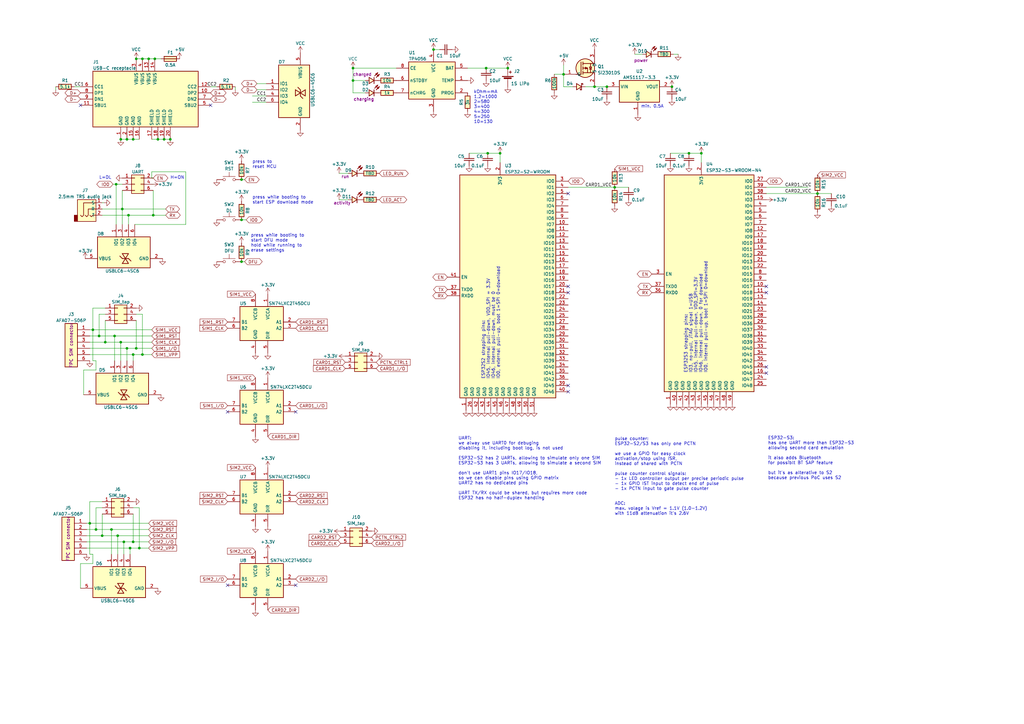
<source format=kicad_sch>
(kicad_sch (version 20230121) (generator eeschema)

  (uuid 43fc3289-82a7-492c-a423-3030e10115dc)

  (paper "A3")

  (title_block
    (date "$date$")
    (rev "$version$.$revision$")
    (company "CuVoodoo")
    (comment 1 "King Kévin")
    (comment 2 "CERN-OHL-S")
  )

  

  (junction (at 208.28 27.94) (diameter 0) (color 0 0 0 0)
    (uuid 0aae8a84-70eb-413b-bbdd-0b185292acb9)
  )
  (junction (at 62.865 88.265) (diameter 0) (color 0 0 0 0)
    (uuid 0ab4d196-e804-4ef4-9aba-59288b34c123)
  )
  (junction (at 38.1 135.255) (diameter 0) (color 0 0 0 0)
    (uuid 0afad9f6-10aa-4881-b161-9ddb9475a932)
  )
  (junction (at 50.8 222.25) (diameter 0) (color 0 0 0 0)
    (uuid 0c025312-05ac-49db-bf9f-41f1eb55c02f)
  )
  (junction (at 49.53 140.335) (diameter 0) (color 0 0 0 0)
    (uuid 0fa23525-5a8b-4ae7-b23b-25be5e08d3b6)
  )
  (junction (at 54.61 145.415) (diameter 0) (color 0 0 0 0)
    (uuid 113475a9-35f3-4c42-a3a2-4e6b5ffaab52)
  )
  (junction (at 54.61 57.15) (diameter 0) (color 0 0 0 0)
    (uuid 1396709f-f3af-4361-94dc-dd7b5b2d0e25)
  )
  (junction (at 67.31 57.15) (diameter 0) (color 0 0 0 0)
    (uuid 1b977939-3eae-4f86-bbe2-8bb5ef2271d1)
  )
  (junction (at 58.42 24.13) (diameter 0) (color 0 0 0 0)
    (uuid 210ff19a-1c43-4e2b-814c-2cbf7f7e9abf)
  )
  (junction (at 55.88 142.875) (diameter 0) (color 0 0 0 0)
    (uuid 24902d23-ecac-422f-8b8f-079b3f09bdee)
  )
  (junction (at 282.575 62.865) (diameter 0) (color 0 0 0 0)
    (uuid 38a87961-46e5-47de-b72a-d3d64a4f1d8f)
  )
  (junction (at 60.96 24.13) (diameter 0) (color 0 0 0 0)
    (uuid 3a1b1e34-9583-4362-8041-89d09bf3ddaf)
  )
  (junction (at 55.88 24.13) (diameter 0) (color 0 0 0 0)
    (uuid 3f9fe8cc-ded0-4e14-8a8a-c96fa9511951)
  )
  (junction (at 335.28 79.375) (diameter 0) (color 0 0 0 0)
    (uuid 41f90a9e-f435-47e9-9b7d-13da8e8ab3a2)
  )
  (junction (at 53.34 224.79) (diameter 0) (color 0 0 0 0)
    (uuid 45f8a2d7-c2bb-4cf9-97e8-34dfd58bdcf8)
  )
  (junction (at 248.92 35.56) (diameter 0) (color 0 0 0 0)
    (uuid 4ccdb486-edc5-46ab-8557-b18fbaba9336)
  )
  (junction (at 144.78 27.94) (diameter 0) (color 0 0 0 0)
    (uuid 4f0f7bba-2eca-4b96-9d2d-0c682befe3c0)
  )
  (junction (at 50.165 85.725) (diameter 0) (color 0 0 0 0)
    (uuid 535ab735-ff4a-409b-973a-c5c2e8c2c9cd)
  )
  (junction (at 54.61 222.25) (diameter 0) (color 0 0 0 0)
    (uuid 59df1d0c-f9af-498c-a434-dbfc5d0dc53b)
  )
  (junction (at 58.42 145.415) (diameter 0) (color 0 0 0 0)
    (uuid 5a173dcb-0fbd-46d4-b0f3-31adc408901e)
  )
  (junction (at 199.39 27.94) (diameter 0) (color 0 0 0 0)
    (uuid 5d29192e-c20d-4f4f-a7e7-772b5d8acf00)
  )
  (junction (at 57.15 224.79) (diameter 0) (color 0 0 0 0)
    (uuid 618de65d-a1ba-480f-81e6-6bfcd6d7cf08)
  )
  (junction (at 46.99 137.795) (diameter 0) (color 0 0 0 0)
    (uuid 66b5352e-17b1-47c2-9f59-3563fa3a8775)
  )
  (junction (at 49.53 57.15) (diameter 0) (color 0 0 0 0)
    (uuid 6e29b4e6-1fd1-42bc-91d7-cc6b6b7f254d)
  )
  (junction (at 36.83 214.63) (diameter 0) (color 0 0 0 0)
    (uuid 7178cc29-85ec-4b8d-8454-90b66a656ca9)
  )
  (junction (at 99.06 90.17) (diameter 0) (color 0 0 0 0)
    (uuid 73201e0f-bf7c-45d8-9d6c-6722ebc30cb2)
  )
  (junction (at 69.85 57.15) (diameter 0) (color 0 0 0 0)
    (uuid 7418d0b8-5dfb-43b8-a449-d2c6326428ca)
  )
  (junction (at 243.84 35.56) (diameter 0) (color 0 0 0 0)
    (uuid 7a64de9f-d915-4fe5-a388-688104f6bad5)
  )
  (junction (at 99.06 73.66) (diameter 0) (color 0 0 0 0)
    (uuid 7ba0f038-7182-4d79-8c7b-e36c694e3227)
  )
  (junction (at 99.06 107.315) (diameter 0) (color 0 0 0 0)
    (uuid 97126391-ce57-4fdf-b9f1-a16fb8d6e2a7)
  )
  (junction (at 231.14 30.48) (diameter 0) (color 0 0 0 0)
    (uuid 97354adc-d460-4c5d-b20b-ff1cc34093e4)
  )
  (junction (at 287.655 62.865) (diameter 0) (color 0 0 0 0)
    (uuid 9d4802a1-b4cb-4ddf-9373-30886866a51c)
  )
  (junction (at 40.64 137.795) (diameter 0) (color 0 0 0 0)
    (uuid a10ecf09-5f30-48cc-aaee-0e71afc0015b)
  )
  (junction (at 48.26 219.71) (diameter 0) (color 0 0 0 0)
    (uuid a211bf74-39e9-46b9-9ed4-0151bec35cce)
  )
  (junction (at 177.8 20.32) (diameter 0) (color 0 0 0 0)
    (uuid a5780745-9643-4dce-90de-5be67c7ed6d7)
  )
  (junction (at 52.07 57.15) (diameter 0) (color 0 0 0 0)
    (uuid a848b20d-0445-4ce4-aea2-ee45bb60f1a5)
  )
  (junction (at 45.72 217.17) (diameter 0) (color 0 0 0 0)
    (uuid b471ce37-f942-4515-933d-d06303fc8021)
  )
  (junction (at 39.37 217.17) (diameter 0) (color 0 0 0 0)
    (uuid b83e1599-1d81-4d09-86fe-b426a55a8e75)
  )
  (junction (at 47.625 75.565) (diameter 0) (color 0 0 0 0)
    (uuid b90ecd5c-be98-496a-9127-867250b4b45d)
  )
  (junction (at 205.105 62.865) (diameter 0) (color 0 0 0 0)
    (uuid c0271ff4-84d1-411e-87d5-88307e5ec032)
  )
  (junction (at 52.705 88.265) (diameter 0) (color 0 0 0 0)
    (uuid c081af77-2600-4d4d-a202-a8a47472c4f1)
  )
  (junction (at 41.91 219.71) (diameter 0) (color 0 0 0 0)
    (uuid c385d3d2-7f7c-4f4e-ab7c-4bd806532b02)
  )
  (junction (at 252.095 76.835) (diameter 0) (color 0 0 0 0)
    (uuid c65954e6-9f15-4185-9480-54745fe3b941)
  )
  (junction (at 43.18 140.335) (diameter 0) (color 0 0 0 0)
    (uuid d49089a3-147b-4363-bdde-44e57a465210)
  )
  (junction (at 275.59 35.56) (diameter 0) (color 0 0 0 0)
    (uuid d858b2e8-6549-4415-bf98-6c1532223d7b)
  )
  (junction (at 144.78 33.02) (diameter 0) (color 0 0 0 0)
    (uuid d93ebf63-5f8d-4e7d-9cf4-322d3cc21ee8)
  )
  (junction (at 63.5 24.13) (diameter 0) (color 0 0 0 0)
    (uuid db831e70-d6b1-4590-9561-b5cd6d9e7462)
  )
  (junction (at 200.025 62.865) (diameter 0) (color 0 0 0 0)
    (uuid f1d07f28-8db3-4bd5-b296-e3a6e5914019)
  )
  (junction (at 64.77 57.15) (diameter 0) (color 0 0 0 0)
    (uuid f27fcd96-8e0e-4b62-952d-b01556b36c32)
  )
  (junction (at 52.07 142.875) (diameter 0) (color 0 0 0 0)
    (uuid f6b7d65c-88f5-4e40-8429-42fb7d869123)
  )

  (no_connect (at 33.02 43.18) (uuid 041adf4b-c97e-42a3-beee-7bc4401bd5ad))
  (no_connect (at 314.325 153.035) (uuid 221e148a-b64e-4db1-a53a-0be84c6f436a))
  (no_connect (at 93.345 240.03) (uuid 332b5eef-30d7-4682-8550-5626f613ded3))
  (no_connect (at 233.045 120.015) (uuid 3e99c615-e75c-479f-94b3-d58bc9d783c0))
  (no_connect (at 314.325 120.015) (uuid 402811f2-f89d-4ffb-98bb-8e4cf8c0c8e2))
  (no_connect (at 93.345 168.91) (uuid 68a32de3-d419-4d77-aae4-50d7e2fb8c4c))
  (no_connect (at 233.045 160.655) (uuid 6a51d470-bf55-4e35-a794-3bcaf3821824))
  (no_connect (at 86.36 43.18) (uuid 77a9d6e1-63d4-4cc5-8f14-3b1548bac972))
  (no_connect (at 121.285 168.91) (uuid 77e35792-13e4-4824-8e42-41ce819353a0))
  (no_connect (at 314.325 117.475) (uuid 942ea95d-75c0-41e0-9171-46590d9f58ea))
  (no_connect (at 121.285 240.03) (uuid ad55e556-5c08-43fc-aa9b-dcec33bba92b))
  (no_connect (at 233.045 117.475) (uuid b0d8f44a-1413-4586-a762-96afb36b0860))
  (no_connect (at 314.325 150.495) (uuid c8c0bb84-3371-4f4b-be5b-787c767be4b0))
  (no_connect (at 233.045 158.115) (uuid cf6b92fa-b189-4943-9554-6ea0af1b936c))
  (no_connect (at 233.045 79.375) (uuid f975f5ff-5327-4b23-a11b-100e013de3b0))

  (wire (pts (xy 43.18 128.905) (xy 40.64 128.905))
    (stroke (width 0) (type default))
    (uuid 01b26f41-1d34-4f2f-9a7d-4d13a76291cf)
  )
  (wire (pts (xy 41.91 208.28) (xy 39.37 208.28))
    (stroke (width 0) (type default))
    (uuid 01fe61a1-d0f9-42e5-a0d1-afe038e8ae86)
  )
  (wire (pts (xy 243.84 35.56) (xy 248.92 35.56))
    (stroke (width 0) (type default))
    (uuid 02ed5410-6416-4437-8920-3253be841f8b)
  )
  (wire (pts (xy 139.065 81.915) (xy 142.875 81.915))
    (stroke (width 0) (type default))
    (uuid 0476b82d-4ea1-4db1-823a-33874474cf7d)
  )
  (wire (pts (xy 36.83 135.255) (xy 38.1 135.255))
    (stroke (width 0) (type default))
    (uuid 0581f108-2118-4899-bc53-2632a661c603)
  )
  (wire (pts (xy 60.96 222.25) (xy 54.61 222.25))
    (stroke (width 0) (type default))
    (uuid 05af755a-adaa-4ee4-8d64-a472fa6ff206)
  )
  (wire (pts (xy 30.48 35.56) (xy 33.02 35.56))
    (stroke (width 0) (type default))
    (uuid 062233f3-17d3-4bf7-8c79-9b53b2698d30)
  )
  (wire (pts (xy 192.405 62.865) (xy 200.025 62.865))
    (stroke (width 0) (type default))
    (uuid 0afb6d88-b2ee-4b66-92f4-6212061e822a)
  )
  (wire (pts (xy 54.61 222.25) (xy 50.8 222.25))
    (stroke (width 0) (type default))
    (uuid 0e6d6f0d-da0d-4557-9bd8-2f1162a362c4)
  )
  (wire (pts (xy 100.33 73.66) (xy 99.06 73.66))
    (stroke (width 0) (type default))
    (uuid 12f6b2fd-246f-4513-80a4-06ccdd1be872)
  )
  (wire (pts (xy 52.705 88.265) (xy 52.705 92.075))
    (stroke (width 0) (type default))
    (uuid 1a8d9c74-7838-45d1-8794-3c4651952635)
  )
  (wire (pts (xy 54.61 208.28) (xy 57.15 208.28))
    (stroke (width 0) (type default))
    (uuid 1abb51c8-ed79-47ef-b1ca-f779070f12fa)
  )
  (wire (pts (xy 41.91 219.71) (xy 35.56 219.71))
    (stroke (width 0) (type default))
    (uuid 1fe75752-0243-42b0-9ffe-1d367938ec28)
  )
  (wire (pts (xy 38.1 135.255) (xy 38.1 147.955))
    (stroke (width 0) (type default))
    (uuid 21989226-3c10-4fbd-a32f-9c4554e9a65b)
  )
  (wire (pts (xy 144.78 33.02) (xy 149.86 33.02))
    (stroke (width 0) (type default))
    (uuid 22e115de-00f8-4151-9522-dd81401841f2)
  )
  (wire (pts (xy 54.61 145.415) (xy 54.61 147.955))
    (stroke (width 0) (type default))
    (uuid 23b4f09c-1ce6-49e8-9836-d0c9a0900bc1)
  )
  (wire (pts (xy 48.26 219.71) (xy 48.26 227.33))
    (stroke (width 0) (type default))
    (uuid 23bf2c3f-1f59-428f-96aa-e1b206dcc0d2)
  )
  (wire (pts (xy 287.655 66.675) (xy 287.655 62.865))
    (stroke (width 0) (type default))
    (uuid 24cdce7a-f512-4241-9c3b-7e5a5bf0b41c)
  )
  (wire (pts (xy 39.37 151.765) (xy 34.29 151.765))
    (stroke (width 0) (type default))
    (uuid 27157a8c-3a80-4595-8068-e6efd903ec0e)
  )
  (wire (pts (xy 62.23 140.335) (xy 49.53 140.335))
    (stroke (width 0) (type default))
    (uuid 28cd811d-fa5b-4fba-9ae0-41c0b4646c59)
  )
  (wire (pts (xy 35.56 224.79) (xy 53.34 224.79))
    (stroke (width 0) (type default))
    (uuid 2a714bd4-8cab-45b6-8869-7985ebef7755)
  )
  (wire (pts (xy 54.61 145.415) (xy 58.42 145.415))
    (stroke (width 0) (type default))
    (uuid 2b38f34d-8ba8-4ea7-b0b5-99506fb76b59)
  )
  (wire (pts (xy 57.15 224.79) (xy 60.96 224.79))
    (stroke (width 0) (type default))
    (uuid 2dd9ea5e-e4d6-49ba-8532-cc9506b3ce5e)
  )
  (wire (pts (xy 52.07 142.875) (xy 52.07 147.955))
    (stroke (width 0) (type default))
    (uuid 2ea9bbd8-4fcc-465d-9614-241db91de2ae)
  )
  (wire (pts (xy 63.5 24.13) (xy 66.04 24.13))
    (stroke (width 0) (type default))
    (uuid 2fbc0c04-2d66-4e27-8d7f-dc36592aff8e)
  )
  (wire (pts (xy 38.1 126.365) (xy 38.1 135.255))
    (stroke (width 0) (type default))
    (uuid 316ae4ef-855f-4264-be8f-928ef7a22c1c)
  )
  (wire (pts (xy 49.53 57.15) (xy 52.07 57.15))
    (stroke (width 0) (type default))
    (uuid 31d06212-a074-461b-8126-cd9a078c2f72)
  )
  (wire (pts (xy 99.06 107.315) (xy 100.33 107.315))
    (stroke (width 0) (type default))
    (uuid 3294858c-4d8c-45bf-a23c-ad21ce67f13e)
  )
  (wire (pts (xy 76.2 70.485) (xy 76.2 92.075))
    (stroke (width 0) (type default))
    (uuid 32a8ae09-338d-418b-bc38-633ecd3411a2)
  )
  (wire (pts (xy 240.03 35.56) (xy 243.84 35.56))
    (stroke (width 0) (type default))
    (uuid 337eb9e7-edeb-49cd-8388-c6c466579a0e)
  )
  (wire (pts (xy 43.18 126.365) (xy 38.1 126.365))
    (stroke (width 0) (type default))
    (uuid 343d7894-2dc4-4ea3-894a-a1f7c90dd4af)
  )
  (wire (pts (xy 62.865 88.265) (xy 67.945 88.265))
    (stroke (width 0) (type default))
    (uuid 3a1fa1ca-c7d5-40ff-a377-49cc55e14a65)
  )
  (wire (pts (xy 55.88 142.875) (xy 52.07 142.875))
    (stroke (width 0) (type default))
    (uuid 3d11f8c0-8413-4a52-a4ba-cb71d1c5aa6d)
  )
  (wire (pts (xy 34.29 151.765) (xy 34.29 161.925))
    (stroke (width 0) (type default))
    (uuid 3d9884c9-d990-415b-9db3-896d9b5d1182)
  )
  (wire (pts (xy 46.355 75.565) (xy 47.625 75.565))
    (stroke (width 0) (type default))
    (uuid 3f6ba068-8357-4ba8-bee6-658785088c28)
  )
  (wire (pts (xy 231.14 30.48) (xy 231.14 35.56))
    (stroke (width 0) (type default))
    (uuid 4007915d-ac86-4bbf-9dcc-d5d246538379)
  )
  (wire (pts (xy 231.14 35.56) (xy 234.95 35.56))
    (stroke (width 0) (type default))
    (uuid 41181712-1235-4f48-8f17-eb2a715e6e29)
  )
  (wire (pts (xy 62.23 73.025) (xy 62.23 70.485))
    (stroke (width 0) (type default))
    (uuid 41266d67-4230-475e-8a0d-531711a20d32)
  )
  (wire (pts (xy 41.91 205.74) (xy 36.83 205.74))
    (stroke (width 0) (type default))
    (uuid 44f74a5b-c1c5-4b6e-8949-469fbc6a26aa)
  )
  (wire (pts (xy 60.96 217.17) (xy 45.72 217.17))
    (stroke (width 0) (type default))
    (uuid 4676ab4a-a72f-4999-852a-4b8cd6a3d71f)
  )
  (wire (pts (xy 50.165 78.105) (xy 50.165 85.725))
    (stroke (width 0) (type default))
    (uuid 47074bd2-9b50-4c85-b1fc-30225bf59f77)
  )
  (wire (pts (xy 45.72 217.17) (xy 45.72 227.33))
    (stroke (width 0) (type default))
    (uuid 4b168edf-b1c8-43bd-abd9-3a1540a42d71)
  )
  (wire (pts (xy 55.88 128.905) (xy 58.42 128.905))
    (stroke (width 0) (type default))
    (uuid 4b886219-e270-49f8-9d8b-247875e15b91)
  )
  (wire (pts (xy 62.865 75.565) (xy 62.23 75.565))
    (stroke (width 0) (type default))
    (uuid 4c919fde-5f65-4075-bd17-639b50407288)
  )
  (wire (pts (xy 41.91 210.82) (xy 41.91 219.71))
    (stroke (width 0) (type default))
    (uuid 4e8c260b-5c67-4569-8e42-f4406985d3a7)
  )
  (wire (pts (xy 76.2 92.075) (xy 55.245 92.075))
    (stroke (width 0) (type default))
    (uuid 4fbe3604-179e-4af6-b1d5-b41013ed4365)
  )
  (wire (pts (xy 191.77 27.94) (xy 199.39 27.94))
    (stroke (width 0) (type default))
    (uuid 51b335bc-1dae-4d7e-ab62-fc3689c47916)
  )
  (wire (pts (xy 260.35 22.225) (xy 263.525 22.225))
    (stroke (width 0) (type default))
    (uuid 51c4b38e-ee2d-48cf-b445-5c7b340942d9)
  )
  (wire (pts (xy 35.56 214.63) (xy 36.83 214.63))
    (stroke (width 0) (type default))
    (uuid 525ed767-9dde-486b-a96f-5a8e911f4417)
  )
  (wire (pts (xy 50.8 222.25) (xy 50.8 227.33))
    (stroke (width 0) (type default))
    (uuid 5546e7a1-b5a0-428d-b5af-15065482b67e)
  )
  (wire (pts (xy 62.23 70.485) (xy 76.2 70.485))
    (stroke (width 0) (type default))
    (uuid 579303c7-69d3-432c-a77f-fe5b14d21633)
  )
  (wire (pts (xy 62.23 57.15) (xy 64.77 57.15))
    (stroke (width 0) (type default))
    (uuid 58776185-30ed-4ecf-8c8b-6d2f86ef8fbd)
  )
  (wire (pts (xy 52.07 57.15) (xy 54.61 57.15))
    (stroke (width 0) (type default))
    (uuid 59377834-6c05-4827-aa3e-7af6265f4027)
  )
  (wire (pts (xy 55.88 131.445) (xy 55.88 142.875))
    (stroke (width 0) (type default))
    (uuid 5abb1736-b883-4aa6-827a-c0b16a83e742)
  )
  (wire (pts (xy 38.1 135.255) (xy 62.23 135.255))
    (stroke (width 0) (type default))
    (uuid 5b674e6f-faf3-42d8-945f-0a6b0df46295)
  )
  (wire (pts (xy 39.37 208.28) (xy 39.37 217.17))
    (stroke (width 0) (type default))
    (uuid 5cc346f9-b4e4-417c-976f-17d1ef5d33cb)
  )
  (wire (pts (xy 180.34 20.32) (xy 177.8 20.32))
    (stroke (width 0) (type default))
    (uuid 5d0ab1a0-c67a-4680-a479-d90535a20da5)
  )
  (wire (pts (xy 22.86 36.83) (xy 22.86 35.56))
    (stroke (width 0) (type default))
    (uuid 5e3dead1-b766-42aa-b010-8d9f19be885e)
  )
  (wire (pts (xy 38.1 147.955) (xy 39.37 147.955))
    (stroke (width 0) (type default))
    (uuid 5e8d7775-3373-45f3-9f35-a94652c62fff)
  )
  (wire (pts (xy 278.13 22.225) (xy 276.225 22.225))
    (stroke (width 0) (type default))
    (uuid 639bc936-6655-4e15-ad95-85f1c8050469)
  )
  (wire (pts (xy 96.52 36.83) (xy 96.52 35.56))
    (stroke (width 0) (type default))
    (uuid 64934166-2293-481a-b738-a565ef19ea54)
  )
  (wire (pts (xy 58.42 24.13) (xy 60.96 24.13))
    (stroke (width 0) (type default))
    (uuid 6900d179-1059-4675-ae24-8514e5dc94cf)
  )
  (wire (pts (xy 49.53 140.335) (xy 43.18 140.335))
    (stroke (width 0) (type default))
    (uuid 6c135352-089d-4c4a-850f-a48bb8b1859a)
  )
  (wire (pts (xy 88.9 35.56) (xy 86.36 35.56))
    (stroke (width 0) (type default))
    (uuid 72d25bc5-89be-4391-9564-4d75f1ef11ae)
  )
  (wire (pts (xy 36.83 214.63) (xy 60.96 214.63))
    (stroke (width 0) (type default))
    (uuid 74a10f92-b5df-4a3a-a00e-a022f980cd33)
  )
  (wire (pts (xy 55.88 24.13) (xy 58.42 24.13))
    (stroke (width 0) (type default))
    (uuid 761e1be3-2f75-42b2-9d5c-7bc0cee39709)
  )
  (wire (pts (xy 53.34 224.79) (xy 57.15 224.79))
    (stroke (width 0) (type default))
    (uuid 7714d6e8-fc0d-4b88-9186-06ea8a915cfc)
  )
  (wire (pts (xy 46.99 137.795) (xy 46.99 147.955))
    (stroke (width 0) (type default))
    (uuid 7b4ca93f-bc03-4b96-9b24-3c1fc92887d0)
  )
  (wire (pts (xy 36.83 227.33) (xy 38.1 227.33))
    (stroke (width 0) (type default))
    (uuid 7b5302df-7ee1-4aff-951a-d7efdbce1a7f)
  )
  (wire (pts (xy 57.15 208.28) (xy 57.15 224.79))
    (stroke (width 0) (type default))
    (uuid 7ba95e8d-2a94-44d1-912d-098f8d176f8e)
  )
  (wire (pts (xy 58.42 128.905) (xy 58.42 145.415))
    (stroke (width 0) (type default))
    (uuid 7dc411d6-2476-4e08-9f26-e3a93c6816a5)
  )
  (wire (pts (xy 36.83 145.415) (xy 54.61 145.415))
    (stroke (width 0) (type default))
    (uuid 81c95863-7e9d-4bc6-bea4-983292a90dd0)
  )
  (wire (pts (xy 38.1 227.33) (xy 38.1 231.14))
    (stroke (width 0) (type default))
    (uuid 8404b283-8ff0-4eb6-89c1-2fbf459615e7)
  )
  (wire (pts (xy 45.72 217.17) (xy 39.37 217.17))
    (stroke (width 0) (type default))
    (uuid 85f23b09-e30b-4c12-8560-ad87d56ca01b)
  )
  (wire (pts (xy 60.96 24.13) (xy 63.5 24.13))
    (stroke (width 0) (type default))
    (uuid 8bf04556-7072-4a6e-9296-a166ede7bc36)
  )
  (wire (pts (xy 39.37 147.955) (xy 39.37 151.765))
    (stroke (width 0) (type default))
    (uuid 8e4d5a8f-6635-484b-a145-ce73dc145c2f)
  )
  (wire (pts (xy 139.065 71.12) (xy 142.875 71.12))
    (stroke (width 0) (type default))
    (uuid 8e90114a-5e58-4188-a2aa-9d9be53330d4)
  )
  (wire (pts (xy 252.095 76.835) (xy 257.81 76.835))
    (stroke (width 0) (type default))
    (uuid 950cb00a-fc2d-44d9-8939-e5d6e3de8f52)
  )
  (wire (pts (xy 67.31 57.15) (xy 69.85 57.15))
    (stroke (width 0) (type default))
    (uuid 96a37f3e-b069-433d-b845-53eb80c7ba8b)
  )
  (wire (pts (xy 60.96 219.71) (xy 48.26 219.71))
    (stroke (width 0) (type default))
    (uuid 96aabc9e-193f-4e4c-96c5-54dafffc519d)
  )
  (wire (pts (xy 62.865 78.105) (xy 62.865 88.265))
    (stroke (width 0) (type default))
    (uuid 9f4ed31d-c1bf-4d4e-a65d-bedf638ba121)
  )
  (wire (pts (xy 50.165 85.725) (xy 67.945 85.725))
    (stroke (width 0) (type default))
    (uuid 9f789bd3-59d1-4a8c-bf4b-6ccfdc0f22d2)
  )
  (wire (pts (xy 33.02 231.14) (xy 33.02 241.3))
    (stroke (width 0) (type default))
    (uuid a6385909-51bb-43b0-a4fc-ccef7a36380e)
  )
  (wire (pts (xy 205.105 66.675) (xy 205.105 62.865))
    (stroke (width 0) (type default))
    (uuid a6d0ec67-95bf-4edc-90d4-65b36d4a89dc)
  )
  (wire (pts (xy 274.955 62.865) (xy 282.575 62.865))
    (stroke (width 0) (type default))
    (uuid a9563a59-9a61-45ff-824b-e2636f6956ba)
  )
  (wire (pts (xy 144.78 27.94) (xy 162.56 27.94))
    (stroke (width 0) (type default))
    (uuid aa4930b2-a1b9-46eb-9dcb-a0f7ae980a09)
  )
  (wire (pts (xy 287.655 62.865) (xy 282.575 62.865))
    (stroke (width 0) (type default))
    (uuid ab706531-9451-469c-b21a-28a450591d21)
  )
  (wire (pts (xy 43.18 131.445) (xy 43.18 140.335))
    (stroke (width 0) (type default))
    (uuid abf825ea-b65f-49df-8bc4-4f1176c241c2)
  )
  (wire (pts (xy 109.22 39.37) (xy 103.505 39.37))
    (stroke (width 0) (type default))
    (uuid ace81e2d-b6fa-4bed-9380-099db79b1343)
  )
  (wire (pts (xy 54.61 210.82) (xy 54.61 222.25))
    (stroke (width 0) (type default))
    (uuid adca319b-046d-481d-9562-c2ad7b46064d)
  )
  (wire (pts (xy 64.77 57.15) (xy 67.31 57.15))
    (stroke (width 0) (type default))
    (uuid aed71bcf-efff-4d6f-82bd-9ea5c06966c0)
  )
  (wire (pts (xy 105.41 36.83) (xy 109.22 36.83))
    (stroke (width 0) (type default))
    (uuid afca3654-cbf4-4019-a22a-348bbc9cacd1)
  )
  (wire (pts (xy 41.91 83.185) (xy 42.545 83.185))
    (stroke (width 0) (type default))
    (uuid afd096f1-1099-49ba-91a2-0406103dc830)
  )
  (wire (pts (xy 233.045 76.835) (xy 252.095 76.835))
    (stroke (width 0) (type default))
    (uuid b145ee6f-5200-40f7-8dda-92361470bf1e)
  )
  (wire (pts (xy 39.37 217.17) (xy 35.56 217.17))
    (stroke (width 0) (type default))
    (uuid b292734c-20ee-4e54-9686-0804f9972cf5)
  )
  (wire (pts (xy 41.91 88.265) (xy 52.705 88.265))
    (stroke (width 0) (type default))
    (uuid b35d36c1-e4ae-4509-ac1c-23043a80d74c)
  )
  (wire (pts (xy 40.64 137.795) (xy 36.83 137.795))
    (stroke (width 0) (type default))
    (uuid b463475a-b3c2-4958-9b78-a1c96e5238f2)
  )
  (wire (pts (xy 144.78 38.1) (xy 144.78 33.02))
    (stroke (width 0) (type default))
    (uuid b54ea259-b109-4494-bd9d-ea501bf57521)
  )
  (wire (pts (xy 41.91 85.725) (xy 50.165 85.725))
    (stroke (width 0) (type default))
    (uuid b7f6c61c-c665-4839-9ebb-60c58d49bb04)
  )
  (wire (pts (xy 47.625 75.565) (xy 47.625 92.075))
    (stroke (width 0) (type default))
    (uuid b8d56224-0ec9-45df-acfc-533e102bac85)
  )
  (wire (pts (xy 36.83 214.63) (xy 36.83 227.33))
    (stroke (width 0) (type default))
    (uuid b8da643c-d5bb-4354-b120-d63c8ec2a68b)
  )
  (wire (pts (xy 62.23 137.795) (xy 46.99 137.795))
    (stroke (width 0) (type default))
    (uuid b9063a59-cf92-4941-8b40-0ef89a88b7e0)
  )
  (wire (pts (xy 62.23 142.875) (xy 55.88 142.875))
    (stroke (width 0) (type default))
    (uuid bc43e570-1871-4106-a2cd-53740b07a35f)
  )
  (wire (pts (xy 109.22 41.91) (xy 103.505 41.91))
    (stroke (width 0) (type default))
    (uuid bd7579d2-a4e5-4d34-a2a0-55bf2058c51b)
  )
  (wire (pts (xy 149.86 38.1) (xy 144.78 38.1))
    (stroke (width 0) (type default))
    (uuid c6928b6e-b7d8-420e-b5cc-80340198a547)
  )
  (wire (pts (xy 314.325 79.375) (xy 335.28 79.375))
    (stroke (width 0) (type default))
    (uuid c809ec87-c4d2-44ce-8954-228cbf8135a6)
  )
  (wire (pts (xy 50.165 85.725) (xy 50.165 92.075))
    (stroke (width 0) (type default))
    (uuid c9e22694-b8d5-4679-9720-376a29dc31f5)
  )
  (wire (pts (xy 48.26 219.71) (xy 41.91 219.71))
    (stroke (width 0) (type default))
    (uuid cc78ef70-a9c2-42ff-a95c-9787686d42e9)
  )
  (wire (pts (xy 52.705 88.265) (xy 62.865 88.265))
    (stroke (width 0) (type default))
    (uuid cf093d59-2e18-48bf-9a97-172fc7cbc5b3)
  )
  (wire (pts (xy 49.53 140.335) (xy 49.53 147.955))
    (stroke (width 0) (type default))
    (uuid d1766055-8d26-4d16-b81b-41b92ad8732b)
  )
  (wire (pts (xy 53.34 224.79) (xy 53.34 227.33))
    (stroke (width 0) (type default))
    (uuid d3ccec53-4b2e-40cb-a9f4-262ac462070b)
  )
  (wire (pts (xy 205.105 62.865) (xy 200.025 62.865))
    (stroke (width 0) (type default))
    (uuid d41e0fce-915e-4fef-974b-8753bd95038f)
  )
  (wire (pts (xy 58.42 145.415) (xy 62.23 145.415))
    (stroke (width 0) (type default))
    (uuid d901fdd0-7968-4328-8ae6-026892d06f2e)
  )
  (wire (pts (xy 52.07 142.875) (xy 36.83 142.875))
    (stroke (width 0) (type default))
    (uuid da022e3e-cb70-4111-9cd0-19744fd213e3)
  )
  (wire (pts (xy 144.78 33.02) (xy 144.78 27.94))
    (stroke (width 0) (type default))
    (uuid db20da81-8cf7-4000-b1c1-bfed1b7ecf65)
  )
  (wire (pts (xy 46.99 137.795) (xy 40.64 137.795))
    (stroke (width 0) (type default))
    (uuid db7a84fb-c936-4db0-ae60-3f2c1f62f2e8)
  )
  (wire (pts (xy 36.83 205.74) (xy 36.83 214.63))
    (stroke (width 0) (type default))
    (uuid dc459f18-c754-41f9-8b60-4d18830c95aa)
  )
  (wire (pts (xy 40.64 128.905) (xy 40.64 137.795))
    (stroke (width 0) (type default))
    (uuid e0bd5d61-e4ca-4cda-a549-85748272df7c)
  )
  (wire (pts (xy 227.33 30.48) (xy 231.14 30.48))
    (stroke (width 0) (type default))
    (uuid e220b318-a348-43c8-9fa4-2d9686732d66)
  )
  (wire (pts (xy 105.41 34.29) (xy 109.22 34.29))
    (stroke (width 0) (type default))
    (uuid e6dcbdea-08a8-47f8-9a5d-06ed91084dff)
  )
  (wire (pts (xy 314.325 76.835) (xy 331.47 76.835))
    (stroke (width 0) (type default))
    (uuid e750db81-1c48-45fd-a71e-eaa7504d7a11)
  )
  (wire (pts (xy 100.965 90.17) (xy 99.06 90.17))
    (stroke (width 0) (type default))
    (uuid e8031e76-6cbf-434d-8087-fb4ea91023a4)
  )
  (wire (pts (xy 231.14 26.67) (xy 231.14 30.48))
    (stroke (width 0) (type default))
    (uuid e8eb91a3-a8be-4a22-9b93-09074be5cb5b)
  )
  (wire (pts (xy 335.28 79.375) (xy 340.995 79.375))
    (stroke (width 0) (type default))
    (uuid f02e0784-934f-4e65-9c22-dcf4f522bf06)
  )
  (wire (pts (xy 38.1 231.14) (xy 33.02 231.14))
    (stroke (width 0) (type default))
    (uuid f40950cf-e965-45b9-afea-b874f733e4a3)
  )
  (wire (pts (xy 62.23 73.025) (xy 62.865 73.025))
    (stroke (width 0) (type default))
    (uuid f75e406c-78af-4be0-8a5a-449ff5ea57f2)
  )
  (wire (pts (xy 199.39 27.94) (xy 208.28 27.94))
    (stroke (width 0) (type default))
    (uuid f7d6f331-744e-44bb-906b-05fcac22c312)
  )
  (wire (pts (xy 43.18 140.335) (xy 36.83 140.335))
    (stroke (width 0) (type default))
    (uuid f94c86f3-2f4e-49c0-834c-c6d4f913a930)
  )
  (wire (pts (xy 54.61 57.15) (xy 57.15 57.15))
    (stroke (width 0) (type default))
    (uuid fcd67c0a-80a4-43a5-8789-85fccc76183f)
  )
  (wire (pts (xy 47.625 75.565) (xy 50.165 75.565))
    (stroke (width 0) (type default))
    (uuid fd44f46e-1536-42d0-8b37-5dc1518d6fd1)
  )
  (wire (pts (xy 50.8 222.25) (xy 35.56 222.25))
    (stroke (width 0) (type default))
    (uuid feb733c5-4a9f-4627-bd47-1def1846580b)
  )

  (text "press while booting to\nstart DFU mode\nhold while running to\nerase settings"
    (at 102.87 103.505 0)
    (effects (font (size 1.27 1.27)) (justify left bottom))
    (uuid 07137c2a-82fc-4367-9b57-b2282e1d5b70)
  )
  (text "ESP32-S3:\nhas one UART more than ESP32-S3\nallowing second card emulation\n\nit also adds Bluetooth\nfor possiblt BT SAP feature\n\nbut it's as alterative to S2\nbecause previous PoC uses S2"
    (at 314.96 196.85 0)
    (effects (font (size 1.27 1.27)) (justify left bottom))
    (uuid 1d43f52e-fa3e-497b-8bfa-2f25bff8b004)
  )
  (text "ESP32S2 strapping pins:\nIO45, internal pull-down, VDD_SPI = 3.3V\nIO46, internal pull-down, must be 0\nIO0, external pull-up, boot 1=SPI 0=download"
    (at 205.105 155.575 90)
    (effects (font (size 1.27 1.27)) (justify left bottom))
    (uuid 3086c913-405d-44bb-ae15-e48165a74b84)
  )
  (text "ESP32S3 strapping pins:\nIO3, no-pull, JTAG signal 1=USB\nIO45, internal pull-down, VDD_SPI=3.3V\nIO46, internal pull-down, 0 for download\nIO0, internal pull-up, boot 1=SPI 0=download"
    (at 290.195 153.035 90)
    (effects (font (size 1.27 1.27)) (justify left bottom))
    (uuid 426d5b37-bfa6-4e23-8b0f-dd1113d0bbd2)
  )
  (text "pulse counter:\nESP32-S2/S3 has only one PCTN\n\nwe use a GPIO for easy clock\nactivation/stop using ISR,\ninstead of shared with PCTN\n\npulse counter control signals:\n- 1x LED controller output per precise periodic pulse\n- 1x GPIO IST input to detect end of pulse\n- 1x PCTN input to gate pulse counter"
    (at 252.095 201.295 0)
    (effects (font (size 1.27 1.27)) (justify left bottom))
    (uuid 61452891-f29f-4426-9688-520d01aa3e6f)
  )
  (text "press to\nreset MCU" (at 103.505 69.215 0)
    (effects (font (size 1.27 1.27)) (justify left bottom))
    (uuid 7b121296-c9c1-48d6-aaa3-df4e1b0c4219)
  )
  (text "L=DL" (at 40.64 73.66 0)
    (effects (font (size 1.27 1.27)) (justify left bottom))
    (uuid 82abccea-b395-4e68-ae46-d1b5079e3a51)
  )
  (text "UART:\nwe alway use UART0 for debuging\ndisabling it, including boot log, is not used\n\nESP32-S2 has 2 UARTs, allowing to simulate only one SIM\nESP32-S3 has 3 UARTs, allowing to simulate a second SIM\n\ndon't use UART1 pins IO17/IO18,\nso we can disable pins using GPIO matrix\nUART2 has no dedicated pins\n\nUART TX/RX could be shared, but requires more code\nESP32 has no half-duplex handling"
    (at 187.96 205.105 0)
    (effects (font (size 1.27 1.27)) (justify left bottom))
    (uuid 98e0f0f6-b22a-4ccb-bea8-1da05d42d40c)
  )
  (text "ADC:\nmax. volage is Vref = 1.1V (1.0-1.2V)\nwith 11dB attenuation it's 2.6V"
    (at 252.095 211.455 0)
    (effects (font (size 1.27 1.27)) (justify left bottom))
    (uuid a61c8d68-49fb-48f3-b494-11198a497bb5)
  )
  (text "kOhm=mA\n1.2=1000\n2=580\n3=400\n4=300\n5=250\n10=130" (at 194.31 50.8 0)
    (effects (font (size 1.27 1.27)) (justify left bottom))
    (uuid b4e52796-7998-4d4b-8f96-ccdc09bedfc1)
  )
  (text "press while booting to\nstart ESP download mode" (at 103.505 83.82 0)
    (effects (font (size 1.27 1.27)) (justify left bottom))
    (uuid c6d66edd-9b70-48eb-88ec-162d375b1131)
  )
  (text "H=ON" (at 69.85 73.66 0)
    (effects (font (size 1.27 1.27)) (justify left bottom))
    (uuid e0454526-bf66-4e30-9491-a63ee217fcba)
  )
  (text "min. 0.5A" (at 262.89 44.45 0)
    (effects (font (size 1.27 1.27)) (justify left bottom))
    (uuid e2ab75d3-1ffa-46eb-8961-0071985f00c7)
  )

  (label "CARD1_VCC" (at 240.03 76.835 0) (fields_autoplaced)
    (effects (font (size 1.27 1.27)) (justify left bottom))
    (uuid 333198f5-62be-45f5-bccb-831a94f39d7f)
  )
  (label "CARD2_VCC" (at 321.945 79.375 0) (fields_autoplaced)
    (effects (font (size 1.27 1.27)) (justify left bottom))
    (uuid 4c2d0e84-cddf-4c72-a26e-1cd8de6f40cf)
  )
  (label "CARD1_VCC" (at 321.945 76.835 0) (fields_autoplaced)
    (effects (font (size 1.27 1.27)) (justify left bottom))
    (uuid 5258989c-2a26-4bb7-bace-258d4d1a960c)
  )
  (label "CC2" (at 88.9 35.56 180) (fields_autoplaced)
    (effects (font (size 1.27 1.27)) (justify right bottom))
    (uuid 89e5b6b2-0638-4bd6-a771-7504a17f26bf)
  )
  (label "CC1" (at 30.48 35.56 0) (fields_autoplaced)
    (effects (font (size 1.27 1.27)) (justify left bottom))
    (uuid d722d5d7-838d-4c55-8ae8-9c9a8f3bbbd3)
  )
  (label "CC1" (at 109.22 39.37 180) (fields_autoplaced)
    (effects (font (size 1.27 1.27)) (justify right bottom))
    (uuid ee410b8c-d913-4d98-8cf0-d114508c77b6)
  )
  (label "CC2" (at 109.22 41.91 180) (fields_autoplaced)
    (effects (font (size 1.27 1.27)) (justify right bottom))
    (uuid f7f57049-5e59-433e-94de-6d49b18251ea)
  )

  (global_label "SIM2_VCC" (shape input) (at 335.28 71.755 0) (fields_autoplaced)
    (effects (font (size 1.27 1.27)) (justify left))
    (uuid 008c15fb-f2bd-4228-a039-cf621789e50e)
    (property "Intersheetrefs" "${INTERSHEET_REFS}" (at 347.2572 71.755 0)
      (effects (font (size 1.27 1.27)) (justify left) hide)
    )
  )
  (global_label "EN" (shape bidirectional) (at 267.335 112.395 180) (fields_autoplaced)
    (effects (font (size 1.27 1.27)) (justify right))
    (uuid 02489722-dbe9-4c53-a43a-a94a283d795f)
    (property "Intersheetrefs" "${INTERSHEET_REFS}" (at 260.8384 112.395 0)
      (effects (font (size 1.27 1.27)) (justify right) hide)
    )
  )
  (global_label "IO0" (shape bidirectional) (at 233.045 74.295 0) (fields_autoplaced)
    (effects (font (size 1.27 1.27)) (justify left))
    (uuid 079ebf78-88ec-46c4-a8d1-53ee0b4426c8)
    (property "Intersheetrefs" "${INTERSHEET_REFS}" (at 240.2069 74.295 0)
      (effects (font (size 1.27 1.27)) (justify left) hide)
    )
  )
  (global_label "CARD1_DIR" (shape input) (at 109.855 179.07 0) (fields_autoplaced)
    (effects (font (size 1.27 1.27)) (justify left))
    (uuid 107cadff-f692-4acb-b1cd-9417691c2552)
    (property "Intersheetrefs" "${INTERSHEET_REFS}" (at 122.9813 179.07 0)
      (effects (font (size 1.27 1.27)) (justify left) hide)
    )
  )
  (global_label "LED_RUN" (shape bidirectional) (at 155.575 71.12 0) (fields_autoplaced)
    (effects (font (size 1.27 1.27)) (justify left))
    (uuid 10bacd97-1e7a-4e94-8f73-608942a6b50d)
    (property "Intersheetrefs" "${INTERSHEET_REFS}" (at 167.9378 71.12 0)
      (effects (font (size 1.27 1.27)) (justify left) hide)
    )
  )
  (global_label "RX" (shape bidirectional) (at 267.335 120.015 180) (fields_autoplaced)
    (effects (font (size 1.27 1.27)) (justify right))
    (uuid 15582b44-e432-40e2-a4c2-d4904a6a6b62)
    (property "Intersheetrefs" "${INTERSHEET_REFS}" (at 260.8384 120.015 0)
      (effects (font (size 1.27 1.27)) (justify right) hide)
    )
  )
  (global_label "CARD1_RST" (shape input) (at 141.605 148.59 180) (fields_autoplaced)
    (effects (font (size 1.27 1.27)) (justify right))
    (uuid 17bef865-9832-446c-aaa4-cd7756888f24)
    (property "Intersheetrefs" "${INTERSHEET_REFS}" (at 128.1764 148.59 0)
      (effects (font (size 1.27 1.27)) (justify right) hide)
    )
  )
  (global_label "SIM1_RST" (shape input) (at 93.345 132.08 180) (fields_autoplaced)
    (effects (font (size 1.27 1.27)) (justify right))
    (uuid 17e00f31-f084-40bc-9f0f-227c508120fe)
    (property "Intersheetrefs" "${INTERSHEET_REFS}" (at 81.5493 132.08 0)
      (effects (font (size 1.27 1.27)) (justify right) hide)
    )
  )
  (global_label "EN" (shape bidirectional) (at 183.515 113.665 180) (fields_autoplaced)
    (effects (font (size 1.27 1.27)) (justify right))
    (uuid 180f56ad-c4d0-4559-bf50-70e4451d86b8)
    (property "Intersheetrefs" "${INTERSHEET_REFS}" (at 177.0184 113.665 0)
      (effects (font (size 1.27 1.27)) (justify right) hide)
    )
  )
  (global_label "SIM2_VCC" (shape input) (at 104.775 191.77 180) (fields_autoplaced)
    (effects (font (size 1.27 1.27)) (justify right))
    (uuid 192a7ee6-3d40-423a-a919-666e013362c3)
    (property "Intersheetrefs" "${INTERSHEET_REFS}" (at 92.7978 191.77 0)
      (effects (font (size 1.27 1.27)) (justify right) hide)
    )
  )
  (global_label "CARD2_RST" (shape input) (at 139.7 220.345 180) (fields_autoplaced)
    (effects (font (size 1.27 1.27)) (justify right))
    (uuid 19387fdf-ff9a-4f47-b934-fc30e8efa44a)
    (property "Intersheetrefs" "${INTERSHEET_REFS}" (at 126.2714 220.345 0)
      (effects (font (size 1.27 1.27)) (justify right) hide)
    )
  )
  (global_label "IO0" (shape bidirectional) (at 100.965 90.17 0) (fields_autoplaced)
    (effects (font (size 1.27 1.27)) (justify left))
    (uuid 1a56bc0b-de1e-461e-9689-cd70d7ef1d64)
    (property "Intersheetrefs" "${INTERSHEET_REFS}" (at 108.1269 90.17 0)
      (effects (font (size 1.27 1.27)) (justify left) hide)
    )
  )
  (global_label "SIM2_RST" (shape input) (at 60.96 217.17 0) (fields_autoplaced)
    (effects (font (size 1.27 1.27)) (justify left))
    (uuid 1b2f5099-7ebe-44da-a80d-1a46fcef6432)
    (property "Intersheetrefs" "${INTERSHEET_REFS}" (at 72.7557 217.17 0)
      (effects (font (size 1.27 1.27)) (justify left) hide)
    )
  )
  (global_label "D+" (shape bidirectional) (at 86.36 38.1 0) (fields_autoplaced)
    (effects (font (size 1.27 1.27)) (justify left))
    (uuid 1e3e9c57-e9b3-4818-a28c-c0ff0138343f)
    (property "Intersheetrefs" "${INTERSHEET_REFS}" (at 91.6155 38.0206 0)
      (effects (font (size 1.27 1.27)) (justify left) hide)
    )
  )
  (global_label "SIM1_RST" (shape input) (at 62.23 137.795 0) (fields_autoplaced)
    (effects (font (size 1.27 1.27)) (justify left))
    (uuid 1fd54362-7ed0-4872-bf67-7af950d64252)
    (property "Intersheetrefs" "${INTERSHEET_REFS}" (at 74.0257 137.795 0)
      (effects (font (size 1.27 1.27)) (justify left) hide)
    )
  )
  (global_label "EN" (shape bidirectional) (at 62.865 73.025 0) (fields_autoplaced)
    (effects (font (size 1.27 1.27)) (justify left))
    (uuid 1fe6ecce-66c8-41e6-86d7-ac5068cdb097)
    (property "Intersheetrefs" "${INTERSHEET_REFS}" (at 69.3616 73.025 0)
      (effects (font (size 1.27 1.27)) (justify left) hide)
    )
  )
  (global_label "TX" (shape bidirectional) (at 183.515 118.745 180) (fields_autoplaced)
    (effects (font (size 1.27 1.27)) (justify right))
    (uuid 1ffdf51e-b1b4-4ac6-99df-d58b9f2bb4d6)
    (property "Intersheetrefs" "${INTERSHEET_REFS}" (at 177.3208 118.745 0)
      (effects (font (size 1.27 1.27)) (justify right) hide)
    )
  )
  (global_label "CARD2_I{slash}O" (shape input) (at 121.285 237.49 0) (fields_autoplaced)
    (effects (font (size 1.27 1.27)) (justify left))
    (uuid 233f088c-b758-4fa5-a683-af29fd919258)
    (property "Intersheetrefs" "${INTERSHEET_REFS}" (at 134.5323 237.49 0)
      (effects (font (size 1.27 1.27)) (justify left) hide)
    )
  )
  (global_label "D-" (shape bidirectional) (at 33.02 40.64 180) (fields_autoplaced)
    (effects (font (size 1.27 1.27)) (justify right))
    (uuid 239f37c2-ccf0-4158-8a5c-88d345a1fb35)
    (property "Intersheetrefs" "${INTERSHEET_REFS}" (at 26.1605 40.64 0)
      (effects (font (size 1.27 1.27)) (justify right) hide)
    )
  )
  (global_label "TX" (shape bidirectional) (at 67.945 85.725 0) (fields_autoplaced)
    (effects (font (size 1.27 1.27)) (justify left))
    (uuid 2897d288-7a19-4184-93b2-5cf9e61ed05e)
    (property "Intersheetrefs" "${INTERSHEET_REFS}" (at 74.1392 85.725 0)
      (effects (font (size 1.27 1.27)) (justify left) hide)
    )
  )
  (global_label "SIM2_I{slash}O" (shape input) (at 93.345 237.49 180) (fields_autoplaced)
    (effects (font (size 1.27 1.27)) (justify right))
    (uuid 2ca77a92-293d-420f-8e43-bef4409a2189)
    (property "Intersheetrefs" "${INTERSHEET_REFS}" (at 81.7306 237.49 0)
      (effects (font (size 1.27 1.27)) (justify right) hide)
    )
  )
  (global_label "SIM2_CLK" (shape input) (at 93.345 205.74 180) (fields_autoplaced)
    (effects (font (size 1.27 1.27)) (justify right))
    (uuid 2e91f49c-f093-477e-bcc9-9c11df5f6e57)
    (property "Intersheetrefs" "${INTERSHEET_REFS}" (at 81.4283 205.74 0)
      (effects (font (size 1.27 1.27)) (justify right) hide)
    )
  )
  (global_label "SIM2_I{slash}O" (shape input) (at 60.96 222.25 0) (fields_autoplaced)
    (effects (font (size 1.27 1.27)) (justify left))
    (uuid 34de3c59-6092-4040-879c-7fb1d72ea7e3)
    (property "Intersheetrefs" "${INTERSHEET_REFS}" (at 72.5744 222.25 0)
      (effects (font (size 1.27 1.27)) (justify left) hide)
    )
  )
  (global_label "RX" (shape bidirectional) (at 67.945 88.265 0) (fields_autoplaced)
    (effects (font (size 1.27 1.27)) (justify left))
    (uuid 37cfb2e9-4393-4cba-80ed-82d4e4a75e1b)
    (property "Intersheetrefs" "${INTERSHEET_REFS}" (at 74.4416 88.265 0)
      (effects (font (size 1.27 1.27)) (justify left) hide)
    )
  )
  (global_label "SIM1_VCC" (shape input) (at 252.095 69.215 0) (fields_autoplaced)
    (effects (font (size 1.27 1.27)) (justify left))
    (uuid 38675e64-77ab-4950-9ecc-b8f6d1513d00)
    (property "Intersheetrefs" "${INTERSHEET_REFS}" (at 264.0722 69.215 0)
      (effects (font (size 1.27 1.27)) (justify left) hide)
    )
  )
  (global_label "CARD1_CLK" (shape input) (at 141.605 151.13 180) (fields_autoplaced)
    (effects (font (size 1.27 1.27)) (justify right))
    (uuid 3aaf85ea-de98-433a-a06d-74210ecf6cde)
    (property "Intersheetrefs" "${INTERSHEET_REFS}" (at 128.0554 151.13 0)
      (effects (font (size 1.27 1.27)) (justify right) hide)
    )
  )
  (global_label "CARD2_DIR" (shape input) (at 109.855 250.19 0) (fields_autoplaced)
    (effects (font (size 1.27 1.27)) (justify left))
    (uuid 3d8eaa32-142c-4180-8f0f-b1e33c5573ab)
    (property "Intersheetrefs" "${INTERSHEET_REFS}" (at 122.9813 250.19 0)
      (effects (font (size 1.27 1.27)) (justify left) hide)
    )
  )
  (global_label "RX" (shape bidirectional) (at 183.515 121.285 180) (fields_autoplaced)
    (effects (font (size 1.27 1.27)) (justify right))
    (uuid 40390d2b-1a40-451e-b76d-1957daa2fe62)
    (property "Intersheetrefs" "${INTERSHEET_REFS}" (at 177.0184 121.285 0)
      (effects (font (size 1.27 1.27)) (justify right) hide)
    )
  )
  (global_label "IO0" (shape bidirectional) (at 46.355 75.565 180) (fields_autoplaced)
    (effects (font (size 1.27 1.27)) (justify right))
    (uuid 46c2c32a-cfdd-401f-a6e6-4af0d6a8bf1c)
    (property "Intersheetrefs" "${INTERSHEET_REFS}" (at 39.1931 75.565 0)
      (effects (font (size 1.27 1.27)) (justify right) hide)
    )
  )
  (global_label "SIM1_CLK" (shape input) (at 93.345 134.62 180) (fields_autoplaced)
    (effects (font (size 1.27 1.27)) (justify right))
    (uuid 50a03d77-1490-4e8c-a464-b6d07fa5da8a)
    (property "Intersheetrefs" "${INTERSHEET_REFS}" (at 81.4283 134.62 0)
      (effects (font (size 1.27 1.27)) (justify right) hide)
    )
  )
  (global_label "LED_ACT" (shape bidirectional) (at 155.575 81.915 0) (fields_autoplaced)
    (effects (font (size 1.27 1.27)) (justify left))
    (uuid 5f4bc800-2e05-4ef6-b03c-52659b73452c)
    (property "Intersheetrefs" "${INTERSHEET_REFS}" (at 167.333 81.915 0)
      (effects (font (size 1.27 1.27)) (justify left) hide)
    )
  )
  (global_label "D+" (shape bidirectional) (at 105.41 34.29 180) (fields_autoplaced)
    (effects (font (size 1.27 1.27)) (justify right))
    (uuid 636224b5-18be-4f8e-b7f7-0f0a75ff5587)
    (property "Intersheetrefs" "${INTERSHEET_REFS}" (at 100.1545 34.2106 0)
      (effects (font (size 1.27 1.27)) (justify right) hide)
    )
  )
  (global_label "D-" (shape bidirectional) (at 86.36 40.64 0) (fields_autoplaced)
    (effects (font (size 1.27 1.27)) (justify left))
    (uuid 67f0ae1c-614b-49ee-aacd-5d5d9e5a2f9f)
    (property "Intersheetrefs" "${INTERSHEET_REFS}" (at 91.6155 40.5606 0)
      (effects (font (size 1.27 1.27)) (justify left) hide)
    )
  )
  (global_label "CARD2_CLK" (shape input) (at 139.7 222.885 180) (fields_autoplaced)
    (effects (font (size 1.27 1.27)) (justify right))
    (uuid 6ba46856-c0b1-4a17-94d0-13da035668f7)
    (property "Intersheetrefs" "${INTERSHEET_REFS}" (at 126.1504 222.885 0)
      (effects (font (size 1.27 1.27)) (justify right) hide)
    )
  )
  (global_label "CARD2_CLK" (shape input) (at 121.285 205.74 0) (fields_autoplaced)
    (effects (font (size 1.27 1.27)) (justify left))
    (uuid 6e25b54e-c57f-4a9d-bde4-52e265591677)
    (property "Intersheetrefs" "${INTERSHEET_REFS}" (at 134.8346 205.74 0)
      (effects (font (size 1.27 1.27)) (justify left) hide)
    )
  )
  (global_label "SIM2_VCC" (shape input) (at 60.96 214.63 0) (fields_autoplaced)
    (effects (font (size 1.27 1.27)) (justify left))
    (uuid 6e3d5203-4d35-409d-859a-c2f514914f63)
    (property "Intersheetrefs" "${INTERSHEET_REFS}" (at 72.9372 214.63 0)
      (effects (font (size 1.27 1.27)) (justify left) hide)
    )
  )
  (global_label "SIM1_VPP" (shape input) (at 62.23 145.415 0) (fields_autoplaced)
    (effects (font (size 1.27 1.27)) (justify left))
    (uuid 6eb1c48b-4de5-42a3-88a7-8393369ca128)
    (property "Intersheetrefs" "${INTERSHEET_REFS}" (at 74.2072 145.415 0)
      (effects (font (size 1.27 1.27)) (justify left) hide)
    )
  )
  (global_label "SIM2_CLK" (shape input) (at 60.96 219.71 0) (fields_autoplaced)
    (effects (font (size 1.27 1.27)) (justify left))
    (uuid 736348c6-4fd1-4a6a-9c52-464a4c85113f)
    (property "Intersheetrefs" "${INTERSHEET_REFS}" (at 72.8767 219.71 0)
      (effects (font (size 1.27 1.27)) (justify left) hide)
    )
  )
  (global_label "CARD1_RST" (shape input) (at 121.285 132.08 0) (fields_autoplaced)
    (effects (font (size 1.27 1.27)) (justify left))
    (uuid 74899393-6158-4094-b2a4-d442b9562cf4)
    (property "Intersheetrefs" "${INTERSHEET_REFS}" (at 134.7136 132.08 0)
      (effects (font (size 1.27 1.27)) (justify left) hide)
    )
  )
  (global_label "DFU" (shape bidirectional) (at 100.33 107.315 0) (fields_autoplaced)
    (effects (font (size 1.27 1.27)) (justify left))
    (uuid 770f509b-11cf-4d5e-8e9d-10e01741f2d7)
    (property "Intersheetrefs" "${INTERSHEET_REFS}" (at 108.0362 107.315 0)
      (effects (font (size 1.27 1.27)) (justify left) hide)
    )
  )
  (global_label "SIM1_I{slash}O" (shape input) (at 62.23 142.875 0) (fields_autoplaced)
    (effects (font (size 1.27 1.27)) (justify left))
    (uuid 817bef22-6664-41fd-bfca-06fb5b357724)
    (property "Intersheetrefs" "${INTERSHEET_REFS}" (at 73.8444 142.875 0)
      (effects (font (size 1.27 1.27)) (justify left) hide)
    )
  )
  (global_label "SIM2_VPP" (shape input) (at 60.96 224.79 0) (fields_autoplaced)
    (effects (font (size 1.27 1.27)) (justify left))
    (uuid 8cff10a4-d51c-4f51-8511-275225b0c39a)
    (property "Intersheetrefs" "${INTERSHEET_REFS}" (at 72.9372 224.79 0)
      (effects (font (size 1.27 1.27)) (justify left) hide)
    )
  )
  (global_label "D-" (shape bidirectional) (at 105.41 36.83 180) (fields_autoplaced)
    (effects (font (size 1.27 1.27)) (justify right))
    (uuid 9e429559-7a71-4cc9-bb77-6a067c64bcf2)
    (property "Intersheetrefs" "${INTERSHEET_REFS}" (at 100.1545 36.7506 0)
      (effects (font (size 1.27 1.27)) (justify right) hide)
    )
  )
  (global_label "TX" (shape bidirectional) (at 267.335 117.475 180) (fields_autoplaced)
    (effects (font (size 1.27 1.27)) (justify right))
    (uuid a1ae71ba-dce1-424d-9ded-6b991072c423)
    (property "Intersheetrefs" "${INTERSHEET_REFS}" (at 261.1408 117.475 0)
      (effects (font (size 1.27 1.27)) (justify right) hide)
    )
  )
  (global_label "CARD2_RST" (shape input) (at 121.285 203.2 0) (fields_autoplaced)
    (effects (font (size 1.27 1.27)) (justify left))
    (uuid a1b0d576-196f-4b97-b824-77ef9a9349e5)
    (property "Intersheetrefs" "${INTERSHEET_REFS}" (at 134.7136 203.2 0)
      (effects (font (size 1.27 1.27)) (justify left) hide)
    )
  )
  (global_label "CARD1_CLK" (shape input) (at 121.285 134.62 0) (fields_autoplaced)
    (effects (font (size 1.27 1.27)) (justify left))
    (uuid aa16192e-db7c-493e-ac17-d9b46b966ca2)
    (property "Intersheetrefs" "${INTERSHEET_REFS}" (at 134.8346 134.62 0)
      (effects (font (size 1.27 1.27)) (justify left) hide)
    )
  )
  (global_label "PCTN_CTRL2" (shape input) (at 152.4 220.345 0) (fields_autoplaced)
    (effects (font (size 1.27 1.27)) (justify left))
    (uuid b6a8361b-0d3e-4cce-9c11-d3f447a155d5)
    (property "Intersheetrefs" "${INTERSHEET_REFS}" (at 166.8567 220.345 0)
      (effects (font (size 1.27 1.27)) (justify left) hide)
    )
  )
  (global_label "IO0" (shape bidirectional) (at 314.325 74.295 0) (fields_autoplaced)
    (effects (font (size 1.27 1.27)) (justify left))
    (uuid b9925ae9-cc66-41b7-8a3a-889ce422c5ad)
    (property "Intersheetrefs" "${INTERSHEET_REFS}" (at 321.4869 74.295 0)
      (effects (font (size 1.27 1.27)) (justify left) hide)
    )
  )
  (global_label "CARD2_I{slash}O" (shape input) (at 152.4 222.885 0) (fields_autoplaced)
    (effects (font (size 1.27 1.27)) (justify left))
    (uuid c6e3d4cb-8342-4cdd-914e-34b166824952)
    (property "Intersheetrefs" "${INTERSHEET_REFS}" (at 165.6473 222.885 0)
      (effects (font (size 1.27 1.27)) (justify left) hide)
    )
  )
  (global_label "SIM1_VCC" (shape input) (at 104.775 154.94 180) (fields_autoplaced)
    (effects (font (size 1.27 1.27)) (justify right))
    (uuid dd596ffc-3f87-4f61-8fbe-eeedf0a17d26)
    (property "Intersheetrefs" "${INTERSHEET_REFS}" (at 92.7978 154.94 0)
      (effects (font (size 1.27 1.27)) (justify right) hide)
    )
  )
  (global_label "PCTN_CTRL1" (shape input) (at 154.305 148.59 0) (fields_autoplaced)
    (effects (font (size 1.27 1.27)) (justify left))
    (uuid e0f526f0-dea4-4fc9-891e-fee70deb0ca2)
    (property "Intersheetrefs" "${INTERSHEET_REFS}" (at 168.7617 148.59 0)
      (effects (font (size 1.27 1.27)) (justify left) hide)
    )
  )
  (global_label "SIM1_VCC" (shape input) (at 104.775 120.65 180) (fields_autoplaced)
    (effects (font (size 1.27 1.27)) (justify right))
    (uuid e1d07f8d-c3fe-4c29-a299-06e512f6a103)
    (property "Intersheetrefs" "${INTERSHEET_REFS}" (at 92.7978 120.65 0)
      (effects (font (size 1.27 1.27)) (justify right) hide)
    )
  )
  (global_label "CARD1_I{slash}O" (shape input) (at 154.305 151.13 0) (fields_autoplaced)
    (effects (font (size 1.27 1.27)) (justify left))
    (uuid e9c9d8bc-6574-40b8-ac29-ba95330a9474)
    (property "Intersheetrefs" "${INTERSHEET_REFS}" (at 167.5523 151.13 0)
      (effects (font (size 1.27 1.27)) (justify left) hide)
    )
  )
  (global_label "D+" (shape bidirectional) (at 33.02 38.1 180) (fields_autoplaced)
    (effects (font (size 1.27 1.27)) (justify right))
    (uuid ec1f91b0-78c6-40b5-9d9a-20d487f5a32d)
    (property "Intersheetrefs" "${INTERSHEET_REFS}" (at 26.1605 38.1 0)
      (effects (font (size 1.27 1.27)) (justify right) hide)
    )
  )
  (global_label "SIM1_VCC" (shape input) (at 62.23 135.255 0) (fields_autoplaced)
    (effects (font (size 1.27 1.27)) (justify left))
    (uuid ec547148-b037-4fcc-bc6a-5c0429dcaa76)
    (property "Intersheetrefs" "${INTERSHEET_REFS}" (at 74.2072 135.255 0)
      (effects (font (size 1.27 1.27)) (justify left) hide)
    )
  )
  (global_label "SIM1_I{slash}O" (shape input) (at 93.345 166.37 180) (fields_autoplaced)
    (effects (font (size 1.27 1.27)) (justify right))
    (uuid efdab4d8-e95d-4807-b417-6e13b747b51d)
    (property "Intersheetrefs" "${INTERSHEET_REFS}" (at 81.7306 166.37 0)
      (effects (font (size 1.27 1.27)) (justify right) hide)
    )
  )
  (global_label "SIM1_CLK" (shape input) (at 62.23 140.335 0) (fields_autoplaced)
    (effects (font (size 1.27 1.27)) (justify left))
    (uuid f5d23fa2-3606-4fee-b49e-d7591748cade)
    (property "Intersheetrefs" "${INTERSHEET_REFS}" (at 74.1467 140.335 0)
      (effects (font (size 1.27 1.27)) (justify left) hide)
    )
  )
  (global_label "SIM2_RST" (shape input) (at 93.345 203.2 180) (fields_autoplaced)
    (effects (font (size 1.27 1.27)) (justify right))
    (uuid f5d50807-e756-4ee6-ae48-cc3e3d1a988a)
    (property "Intersheetrefs" "${INTERSHEET_REFS}" (at 81.5493 203.2 0)
      (effects (font (size 1.27 1.27)) (justify right) hide)
    )
  )
  (global_label "EN" (shape bidirectional) (at 100.33 73.66 0) (fields_autoplaced)
    (effects (font (size 1.27 1.27)) (justify left))
    (uuid f7048c43-5aa4-44e3-bad6-6e9838063463)
    (property "Intersheetrefs" "${INTERSHEET_REFS}" (at 106.8266 73.66 0)
      (effects (font (size 1.27 1.27)) (justify left) hide)
    )
  )
  (global_label "SIM2_VCC" (shape input) (at 104.775 226.06 180) (fields_autoplaced)
    (effects (font (size 1.27 1.27)) (justify right))
    (uuid fc7799cb-8c09-4874-8680-1758a083efde)
    (property "Intersheetrefs" "${INTERSHEET_REFS}" (at 92.7978 226.06 0)
      (effects (font (size 1.27 1.27)) (justify right) hide)
    )
  )
  (global_label "CARD1_I{slash}O" (shape input) (at 121.285 166.37 0) (fields_autoplaced)
    (effects (font (size 1.27 1.27)) (justify left))
    (uuid fd39bfb3-7305-4234-a1d0-e1196c76bf52)
    (property "Intersheetrefs" "${INTERSHEET_REFS}" (at 134.5323 166.37 0)
      (effects (font (size 1.27 1.27)) (justify left) hide)
    )
  )

  (symbol (lib_id "partdb:capacitor/C0603 10uF") (at 274.955 65.405 90) (unit 1)
    (in_bom yes) (on_board yes) (dnp no)
    (uuid 01f006da-c81d-4fe8-aff4-1fbcfaa9d33c)
    (property "Reference" "C7" (at 273.05 64.135 90)
      (effects (font (size 1.27 1.27)) (justify left))
    )
    (property "Value" "10uF" (at 273.685 67.945 90)
      (effects (font (size 1.27 1.27)) (justify left))
    )
    (property "Footprint" "CAPC1608X92N" (at 274.955 65.405 0)
      (effects (font (size 1.27 1.27)) hide)
    )
    (property "Datasheet" "Chip capacitor 1.6x0.8 mm" (at 274.955 65.405 0)
      (effects (font (size 1.27 1.27)) hide)
    )
    (property "qeda_part" "capacitor/c0603" (at 274.955 65.405 0)
      (effects (font (size 1.27 1.27)) hide)
    )
    (property "qeda_variant" "" (at 274.955 65.405 0)
      (effects (font (size 1.27 1.27)) hide)
    )
    (property "JLCPCB_CORRECTION" "0;0;-90" (at 274.955 65.405 0)
      (effects (font (size 1.27 1.27)) hide)
    )
    (pin "1" (uuid 13466d69-4380-41f9-80d2-9c3917bf9f4a))
    (pin "2" (uuid cfe22ef0-8192-42e4-8432-b285f0676074))
    (instances
      (project "rsim"
        (path "/43fc3289-82a7-492c-a423-3030e10115dc"
          (reference "C7") (unit 1)
        )
      )
    )
  )

  (symbol (lib_id "power:GND") (at 282.575 67.945 0) (unit 1)
    (in_bom yes) (on_board yes) (dnp no) (fields_autoplaced)
    (uuid 022337a6-d772-4169-9afe-86bfe8e2dab4)
    (property "Reference" "#PWR057" (at 282.575 74.295 0)
      (effects (font (size 1.27 1.27)) hide)
    )
    (property "Value" "GND" (at 282.575 73.025 0)
      (effects (font (size 1.27 1.27)) hide)
    )
    (property "Footprint" "" (at 282.575 67.945 0)
      (effects (font (size 1.27 1.27)) hide)
    )
    (property "Datasheet" "" (at 282.575 67.945 0)
      (effects (font (size 1.27 1.27)) hide)
    )
    (pin "1" (uuid 65a6ca0c-2fde-4693-9e10-376e701b752c))
    (instances
      (project "rsim"
        (path "/43fc3289-82a7-492c-a423-3030e10115dc"
          (reference "#PWR057") (unit 1)
        )
      )
    )
  )

  (symbol (lib_id "Connector_Generic:Conn_02x03_Odd_Even") (at 144.78 220.345 0) (unit 1)
    (in_bom yes) (on_board yes) (dnp no) (fields_autoplaced)
    (uuid 02d289f4-a288-4c8f-a87f-50ff7345e274)
    (property "Reference" "J10" (at 146.05 212.09 0)
      (effects (font (size 1.27 1.27)))
    )
    (property "Value" "SIM_tap" (at 146.05 214.63 0)
      (effects (font (size 1.27 1.27)))
    )
    (property "Footprint" "" (at 144.78 220.345 0)
      (effects (font (size 1.27 1.27)) hide)
    )
    (property "Datasheet" "~" (at 144.78 220.345 0)
      (effects (font (size 1.27 1.27)) hide)
    )
    (pin "1" (uuid abe78a88-1a82-4904-8b92-8ff67eab26bf))
    (pin "2" (uuid 8a35b6f3-8eda-466d-b2ff-27f4f0aee8d3))
    (pin "3" (uuid 0f8f00ea-19e6-4513-b6f2-e328d39ba99d))
    (pin "4" (uuid 7b3f1354-43f9-4b3a-a04d-ccb2fde94ec0))
    (pin "5" (uuid 55b904dc-e01e-4f3e-8aa2-b09461db214a))
    (pin "6" (uuid d4b05b74-1555-495d-9083-61e559d24175))
    (instances
      (project "rsim"
        (path "/43fc3289-82a7-492c-a423-3030e10115dc"
          (reference "J10") (unit 1)
        )
      )
    )
  )

  (symbol (lib_id "power:GND") (at 282.575 165.735 0) (mirror y) (unit 1)
    (in_bom yes) (on_board yes) (dnp no) (fields_autoplaced)
    (uuid 05453706-eb48-4031-9cc6-31d358aff2a3)
    (property "Reference" "#PWR063" (at 282.575 172.085 0)
      (effects (font (size 1.27 1.27)) hide)
    )
    (property "Value" "GND" (at 282.575 170.815 0)
      (effects (font (size 1.27 1.27)) hide)
    )
    (property "Footprint" "" (at 282.575 165.735 0)
      (effects (font (size 1.27 1.27)) hide)
    )
    (property "Datasheet" "" (at 282.575 165.735 0)
      (effects (font (size 1.27 1.27)) hide)
    )
    (pin "1" (uuid e739f2ee-7d48-4dfa-a0f2-908fe696d907))
    (instances
      (project "rsim"
        (path "/43fc3289-82a7-492c-a423-3030e10115dc"
          (reference "#PWR063") (unit 1)
        )
      )
    )
  )

  (symbol (lib_id "power:GND") (at 35.56 227.33 0) (unit 1)
    (in_bom yes) (on_board yes) (dnp no) (fields_autoplaced)
    (uuid 05db8efa-2186-4e58-934a-256a245499a6)
    (property "Reference" "#PWR029" (at 35.56 233.68 0)
      (effects (font (size 1.27 1.27)) hide)
    )
    (property "Value" "GND" (at 35.56 232.41 0)
      (effects (font (size 1.27 1.27)) hide)
    )
    (property "Footprint" "" (at 35.56 227.33 0)
      (effects (font (size 1.27 1.27)) hide)
    )
    (property "Datasheet" "" (at 35.56 227.33 0)
      (effects (font (size 1.27 1.27)) hide)
    )
    (pin "1" (uuid 279da761-e3d4-4d27-b7cc-47c3bf110e40))
    (instances
      (project "rsim"
        (path "/43fc3289-82a7-492c-a423-3030e10115dc"
          (reference "#PWR029") (unit 1)
        )
      )
    )
  )

  (symbol (lib_id "partdb:resistor/R0603 10K") (at 99.06 86.36 270) (unit 1)
    (in_bom yes) (on_board yes) (dnp no)
    (uuid 064319b2-ec88-4520-85b2-c832e518ea5f)
    (property "Reference" "R8" (at 101.6 86.36 0)
      (effects (font (size 1.27 1.27)))
    )
    (property "Value" "10k" (at 99.06 86.36 0)
      (effects (font (size 1.27 1.27)))
    )
    (property "Footprint" "qeda:UC1608X55N" (at 99.06 86.36 0)
      (effects (font (size 1.27 1.27)) hide)
    )
    (property "Datasheet" "resistor, chip, 1.6x0.8 mm" (at 99.06 86.36 0)
      (effects (font (size 1.27 1.27)) hide)
    )
    (property "qeda_part" "resistor/r0603" (at 99.06 86.36 0)
      (effects (font (size 1.27 1.27)) hide)
    )
    (property "qeda_variant" "" (at 99.06 86.36 0)
      (effects (font (size 1.27 1.27)) hide)
    )
    (property "JLCPCB_CORRECTION" "0;0;-90" (at 99.06 86.36 0)
      (effects (font (size 1.27 1.27)) hide)
    )
    (pin "1" (uuid 97b50dd5-7f45-4d99-9512-df98687b5ae2))
    (pin "2" (uuid f6d1150c-9915-480a-a49e-c2a8e51232bb))
    (instances
      (project "rsim"
        (path "/43fc3289-82a7-492c-a423-3030e10115dc"
          (reference "R8") (unit 1)
        )
      )
    )
  )

  (symbol (lib_id "power:GND") (at 211.455 168.275 0) (mirror y) (unit 1)
    (in_bom yes) (on_board yes) (dnp no) (fields_autoplaced)
    (uuid 0740486b-1bde-4846-b5e7-96b640100bbc)
    (property "Reference" "#PWR052" (at 211.455 174.625 0)
      (effects (font (size 1.27 1.27)) hide)
    )
    (property "Value" "GND" (at 211.455 173.355 0)
      (effects (font (size 1.27 1.27)) hide)
    )
    (property "Footprint" "" (at 211.455 168.275 0)
      (effects (font (size 1.27 1.27)) hide)
    )
    (property "Datasheet" "" (at 211.455 168.275 0)
      (effects (font (size 1.27 1.27)) hide)
    )
    (pin "1" (uuid 01965ccd-1222-4675-bcbd-ae3064f1f6b4))
    (instances
      (project "rsim"
        (path "/43fc3289-82a7-492c-a423-3030e10115dc"
          (reference "#PWR052") (unit 1)
        )
      )
    )
  )

  (symbol (lib_id "power:GND") (at 277.495 165.735 0) (mirror y) (unit 1)
    (in_bom yes) (on_board yes) (dnp no) (fields_autoplaced)
    (uuid 09449019-d72e-48f0-894c-720bfcfe049a)
    (property "Reference" "#PWR061" (at 277.495 172.085 0)
      (effects (font (size 1.27 1.27)) hide)
    )
    (property "Value" "GND" (at 277.495 170.815 0)
      (effects (font (size 1.27 1.27)) hide)
    )
    (property "Footprint" "" (at 277.495 165.735 0)
      (effects (font (size 1.27 1.27)) hide)
    )
    (property "Datasheet" "" (at 277.495 165.735 0)
      (effects (font (size 1.27 1.27)) hide)
    )
    (pin "1" (uuid aa3b8905-78d6-4edf-92df-75472b9d3baf))
    (instances
      (project "rsim"
        (path "/43fc3289-82a7-492c-a423-3030e10115dc"
          (reference "#PWR061") (unit 1)
        )
      )
    )
  )

  (symbol (lib_id "power:GND") (at 42.545 83.185 90) (mirror x) (unit 1)
    (in_bom yes) (on_board yes) (dnp no) (fields_autoplaced)
    (uuid 0ad995e3-e8da-4624-901d-02bfa3d3a127)
    (property "Reference" "#PWR037" (at 48.895 83.185 0)
      (effects (font (size 1.27 1.27)) hide)
    )
    (property "Value" "GND" (at 47.625 83.185 0)
      (effects (font (size 1.27 1.27)) hide)
    )
    (property "Footprint" "" (at 42.545 83.185 0)
      (effects (font (size 1.27 1.27)) hide)
    )
    (property "Datasheet" "" (at 42.545 83.185 0)
      (effects (font (size 1.27 1.27)) hide)
    )
    (pin "1" (uuid ed5fd986-0945-4d43-9b73-39644a7c2004))
    (instances
      (project "rsim"
        (path "/43fc3289-82a7-492c-a423-3030e10115dc"
          (reference "#PWR037") (unit 1)
        )
      )
    )
  )

  (symbol (lib_id "partdb:capacitor/C0603 10uF") (at 199.39 30.48 270) (mirror x) (unit 1)
    (in_bom yes) (on_board yes) (dnp no)
    (uuid 0e9b9b44-c414-4a83-b2e1-5f6da51a8cb9)
    (property "Reference" "C2" (at 200.66 29.21 90)
      (effects (font (size 1.27 1.27)) (justify left))
    )
    (property "Value" "10uF" (at 200.66 33.02 90)
      (effects (font (size 1.27 1.27)) (justify left))
    )
    (property "Footprint" "CAPC1608X92N" (at 199.39 30.48 0)
      (effects (font (size 1.27 1.27)) hide)
    )
    (property "Datasheet" "Chip capacitor 1.6x0.8 mm" (at 199.39 30.48 0)
      (effects (font (size 1.27 1.27)) hide)
    )
    (property "qeda_part" "capacitor/c0603" (at 199.39 30.48 0)
      (effects (font (size 1.27 1.27)) hide)
    )
    (property "qeda_variant" "" (at 199.39 30.48 0)
      (effects (font (size 1.27 1.27)) hide)
    )
    (property "JLCPCB_CORRECTION" "0;0;-90" (at 199.39 30.48 0)
      (effects (font (size 1.27 1.27)) hide)
    )
    (pin "1" (uuid 3b96780f-c594-4aa3-9836-7c1f36d2f2aa))
    (pin "2" (uuid 31817f94-c827-49c9-8da3-43ff9dbb48a0))
    (instances
      (project "rsim"
        (path "/43fc3289-82a7-492c-a423-3030e10115dc"
          (reference "C2") (unit 1)
        )
      )
    )
  )

  (symbol (lib_id "power:GND") (at 219.075 168.275 0) (mirror y) (unit 1)
    (in_bom yes) (on_board yes) (dnp no) (fields_autoplaced)
    (uuid 0e9f9f85-694f-4196-9e61-058d2fcef970)
    (property "Reference" "#PWR055" (at 219.075 174.625 0)
      (effects (font (size 1.27 1.27)) hide)
    )
    (property "Value" "GND" (at 219.075 173.355 0)
      (effects (font (size 1.27 1.27)) hide)
    )
    (property "Footprint" "" (at 219.075 168.275 0)
      (effects (font (size 1.27 1.27)) hide)
    )
    (property "Datasheet" "" (at 219.075 168.275 0)
      (effects (font (size 1.27 1.27)) hide)
    )
    (pin "1" (uuid 833d24c0-e436-40af-bab0-34ebb2bcfd15))
    (instances
      (project "rsim"
        (path "/43fc3289-82a7-492c-a423-3030e10115dc"
          (reference "#PWR055") (unit 1)
        )
      )
    )
  )

  (symbol (lib_id "power:GND") (at 216.535 168.275 0) (mirror y) (unit 1)
    (in_bom yes) (on_board yes) (dnp no) (fields_autoplaced)
    (uuid 0f0e211b-02a6-49a1-9f82-113b2df4316c)
    (property "Reference" "#PWR054" (at 216.535 174.625 0)
      (effects (font (size 1.27 1.27)) hide)
    )
    (property "Value" "GND" (at 216.535 173.355 0)
      (effects (font (size 1.27 1.27)) hide)
    )
    (property "Footprint" "" (at 216.535 168.275 0)
      (effects (font (size 1.27 1.27)) hide)
    )
    (property "Datasheet" "" (at 216.535 168.275 0)
      (effects (font (size 1.27 1.27)) hide)
    )
    (pin "1" (uuid 2c1818d0-7bab-407b-b22a-998d7619fd36))
    (instances
      (project "rsim"
        (path "/43fc3289-82a7-492c-a423-3030e10115dc"
          (reference "#PWR054") (unit 1)
        )
      )
    )
  )

  (symbol (lib_id "power:GND") (at 69.85 57.15 0) (unit 1)
    (in_bom yes) (on_board yes) (dnp no) (fields_autoplaced)
    (uuid 107f8332-bedf-4ac6-9d4b-8f36e5ffd6d0)
    (property "Reference" "#PWR013" (at 69.85 63.5 0)
      (effects (font (size 1.27 1.27)) hide)
    )
    (property "Value" "GND" (at 69.85 62.23 0)
      (effects (font (size 1.27 1.27)) hide)
    )
    (property "Footprint" "" (at 69.85 57.15 0)
      (effects (font (size 1.27 1.27)) hide)
    )
    (property "Datasheet" "" (at 69.85 57.15 0)
      (effects (font (size 1.27 1.27)) hide)
    )
    (pin "1" (uuid db7d83bb-484c-4401-ba64-00844038606b))
    (instances
      (project "rsim"
        (path "/43fc3289-82a7-492c-a423-3030e10115dc"
          (reference "#PWR013") (unit 1)
        )
      )
    )
  )

  (symbol (lib_id "power:GND") (at 200.025 67.945 0) (unit 1)
    (in_bom yes) (on_board yes) (dnp no) (fields_autoplaced)
    (uuid 108e2f20-1d27-478b-9e90-b21dd3d22b35)
    (property "Reference" "#PWR03" (at 200.025 74.295 0)
      (effects (font (size 1.27 1.27)) hide)
    )
    (property "Value" "GND" (at 200.025 73.025 0)
      (effects (font (size 1.27 1.27)) hide)
    )
    (property "Footprint" "" (at 200.025 67.945 0)
      (effects (font (size 1.27 1.27)) hide)
    )
    (property "Datasheet" "" (at 200.025 67.945 0)
      (effects (font (size 1.27 1.27)) hide)
    )
    (pin "1" (uuid 4a2bf179-48cf-4f7d-b287-a1474231b593))
    (instances
      (project "rsim"
        (path "/43fc3289-82a7-492c-a423-3030e10115dc"
          (reference "#PWR03") (unit 1)
        )
      )
    )
  )

  (symbol (lib_id "qeda:SN74LXC2T45DCU") (at 116.205 125.73 0) (mirror y) (unit 1)
    (in_bom yes) (on_board yes) (dnp no)
    (uuid 140eb471-6cdc-4ee3-a15a-db397b14b2e7)
    (property "Reference" "U5" (at 99.695 124.46 0)
      (effects (font (size 1.27 1.27)))
    )
    (property "Value" "SN74LXC2T45DCU" (at 118.745 124.46 0)
      (effects (font (size 1.27 1.27)))
    )
    (property "Footprint" "qeda:SOP50P310X90-8N" (at 116.205 125.73 0)
      (effects (font (size 1.27 1.27)) hide)
    )
    (property "Datasheet" "https://www.ti.com/lit/gpn/sn74lxc2t45" (at 116.205 125.73 0)
      (effects (font (size 1.27 1.27)) hide)
    )
    (pin "1" (uuid 239e30b6-d615-48fc-ae05-d3afece4f49b))
    (pin "2" (uuid d29038f1-cba3-482b-ab6d-e1fe481f0d4c))
    (pin "3" (uuid a9aeb4e9-e12f-4197-b830-d740086b10e7))
    (pin "4" (uuid d1a87e2f-fcbb-4b24-8361-0979aa96945a))
    (pin "5" (uuid 28661d41-aa74-4d73-b124-e75ca74b6205))
    (pin "6" (uuid dcf9bcda-426a-4239-98d2-d183ca0ce4d4))
    (pin "7" (uuid 1e2fcd3d-6da7-406a-8119-e4bf34ee108b))
    (pin "8" (uuid 8b947026-ab2a-49d3-80dd-ed5f7fe31767))
    (instances
      (project "rsim"
        (path "/43fc3289-82a7-492c-a423-3030e10115dc"
          (reference "U5") (unit 1)
        )
      )
    )
  )

  (symbol (lib_id "power:GND") (at 213.995 168.275 0) (mirror y) (unit 1)
    (in_bom yes) (on_board yes) (dnp no) (fields_autoplaced)
    (uuid 1413166e-4772-43a5-85a1-d5c5cb45770d)
    (property "Reference" "#PWR053" (at 213.995 174.625 0)
      (effects (font (size 1.27 1.27)) hide)
    )
    (property "Value" "GND" (at 213.995 173.355 0)
      (effects (font (size 1.27 1.27)) hide)
    )
    (property "Footprint" "" (at 213.995 168.275 0)
      (effects (font (size 1.27 1.27)) hide)
    )
    (property "Datasheet" "" (at 213.995 168.275 0)
      (effects (font (size 1.27 1.27)) hide)
    )
    (pin "1" (uuid c8c6b19b-a3ee-476d-9a88-b343fabdcc96))
    (instances
      (project "rsim"
        (path "/43fc3289-82a7-492c-a423-3030e10115dc"
          (reference "#PWR053") (unit 1)
        )
      )
    )
  )

  (symbol (lib_id "power:GND") (at 104.775 215.9 0) (unit 1)
    (in_bom yes) (on_board yes) (dnp no) (fields_autoplaced)
    (uuid 181b451e-95d2-4324-bae6-71e46e9aa22e)
    (property "Reference" "#PWR077" (at 104.775 222.25 0)
      (effects (font (size 1.27 1.27)) hide)
    )
    (property "Value" "GND" (at 104.775 220.98 0)
      (effects (font (size 1.27 1.27)) hide)
    )
    (property "Footprint" "" (at 104.775 215.9 0)
      (effects (font (size 1.27 1.27)) hide)
    )
    (property "Datasheet" "" (at 104.775 215.9 0)
      (effects (font (size 1.27 1.27)) hide)
    )
    (pin "1" (uuid 8acc1db5-bd6b-45b4-b81b-9dd96266a32e))
    (instances
      (project "rsim"
        (path "/43fc3289-82a7-492c-a423-3030e10115dc"
          (reference "#PWR077") (unit 1)
        )
      )
    )
  )

  (symbol (lib_id "power:+3.3V") (at 99.06 66.04 0) (unit 1)
    (in_bom yes) (on_board yes) (dnp no) (fields_autoplaced)
    (uuid 18964585-6260-4dd9-9b2b-460e42ed2849)
    (property "Reference" "#PWR041" (at 99.06 69.85 0)
      (effects (font (size 1.27 1.27)) hide)
    )
    (property "Value" "+3.3V" (at 99.06 62.23 0)
      (effects (font (size 1.27 1.27)))
    )
    (property "Footprint" "" (at 99.06 66.04 0)
      (effects (font (size 1.27 1.27)) hide)
    )
    (property "Datasheet" "" (at 99.06 66.04 0)
      (effects (font (size 1.27 1.27)) hide)
    )
    (pin "1" (uuid 597b2285-407d-4a1a-9c55-bc37cb4046d5))
    (instances
      (project "rsim"
        (path "/43fc3289-82a7-492c-a423-3030e10115dc"
          (reference "#PWR041") (unit 1)
        )
      )
    )
  )

  (symbol (lib_id "partdb:resistor/R0603 5.1K 1%") (at 26.67 35.56 0) (unit 1)
    (in_bom yes) (on_board yes) (dnp no)
    (uuid 1b08c2a9-1298-4053-88f6-ac651a2dc7ed)
    (property "Reference" "R1" (at 26.67 33.02 0)
      (effects (font (size 1.27 1.27)))
    )
    (property "Value" "5.1k" (at 26.67 35.56 0)
      (effects (font (size 1.27 1.27)))
    )
    (property "Footprint" "qeda:UC1608X55N" (at 26.67 35.56 0)
      (effects (font (size 1.27 1.27)) hide)
    )
    (property "Datasheet" "resistor, chip, 1.6x0.8 mm" (at 26.67 35.56 0)
      (effects (font (size 1.27 1.27)) hide)
    )
    (property "qeda_part" "resistor/r0603" (at 26.67 35.56 0)
      (effects (font (size 1.27 1.27)) hide)
    )
    (property "qeda_variant" "" (at 26.67 35.56 0)
      (effects (font (size 1.27 1.27)) hide)
    )
    (property "JLCPCB_CORRECTION" "0;0;-90" (at 26.67 35.56 0)
      (effects (font (size 1.27 1.27)) hide)
    )
    (property "LCSC" "C23186" (at 26.67 35.56 0)
      (effects (font (size 1.27 1.27)) hide)
    )
    (property "JLCPCB" "" (at 26.67 35.56 0)
      (effects (font (size 1.27 1.27)) hide)
    )
    (property "DigiKey" "" (at 26.67 35.56 0)
      (effects (font (size 1.27 1.27)) hide)
    )
    (pin "1" (uuid f42e85cf-c1c8-4171-b24c-992e8c192987))
    (pin "2" (uuid d00990ec-ba62-4e0f-bccf-50fdefa0bccc))
    (instances
      (project "rsim"
        (path "/43fc3289-82a7-492c-a423-3030e10115dc"
          (reference "R1") (unit 1)
        )
      )
    )
  )

  (symbol (lib_id "power:GND") (at 261.62 46.99 0) (unit 1)
    (in_bom yes) (on_board yes) (dnp no) (fields_autoplaced)
    (uuid 1c59c345-2fa3-472b-aad4-686c75d0bb48)
    (property "Reference" "#PWR021" (at 261.62 53.34 0)
      (effects (font (size 1.27 1.27)) hide)
    )
    (property "Value" "GND" (at 261.62 52.07 0)
      (effects (font (size 1.27 1.27)) hide)
    )
    (property "Footprint" "" (at 261.62 46.99 0)
      (effects (font (size 1.27 1.27)) hide)
    )
    (property "Datasheet" "" (at 261.62 46.99 0)
      (effects (font (size 1.27 1.27)) hide)
    )
    (pin "1" (uuid 9b751b0b-ba1b-42e9-94f1-563870b31eda))
    (instances
      (project "rsim"
        (path "/43fc3289-82a7-492c-a423-3030e10115dc"
          (reference "#PWR021") (unit 1)
        )
      )
    )
  )

  (symbol (lib_id "partdb:diode/SS14F") (at 237.49 35.56 0) (unit 1)
    (in_bom yes) (on_board yes) (dnp no)
    (uuid 208bdc33-3e0b-4c62-9a0a-a708b8a22838)
    (property "Reference" "D4" (at 233.68 34.29 0)
      (effects (font (size 1.27 1.27)))
    )
    (property "Value" "SS14F" (at 237.49 38.1 0)
      (effects (font (size 1.27 1.27)) hide)
    )
    (property "Footprint" "qeda:SOD3616X130N" (at 237.49 35.56 0)
      (effects (font (size 1.27 1.27)) hide)
    )
    (property "Datasheet" "diode, schottky, generic" (at 237.49 35.56 0)
      (effects (font (size 1.27 1.27)) hide)
    )
    (property "qeda_part" "diode/schottky" (at 237.49 35.56 0)
      (effects (font (size 1.27 1.27)) hide)
    )
    (property "qeda_variant" "sod123" (at 237.49 35.56 0)
      (effects (font (size 1.27 1.27)) hide)
    )
    (property "JLCPCB_CORRECTION" "" (at 237.49 35.56 0)
      (effects (font (size 1.27 1.27)) hide)
    )
    (pin "1" (uuid a0c145e0-59d3-44d6-b058-685713a22dfb))
    (pin "2" (uuid bfde71e6-1356-4e1b-a4ea-b0d6bd1babb1))
    (instances
      (project "rsim"
        (path "/43fc3289-82a7-492c-a423-3030e10115dc"
          (reference "D4") (unit 1)
        )
      )
    )
  )

  (symbol (lib_id "partdb:capacitor/C0603 10uF") (at 275.59 38.1 270) (mirror x) (unit 1)
    (in_bom yes) (on_board yes) (dnp no)
    (uuid 215ff2a4-0627-4dd0-9875-fd78cc283737)
    (property "Reference" "C4" (at 276.86 36.83 90)
      (effects (font (size 1.27 1.27)) (justify left))
    )
    (property "Value" "10uF" (at 276.86 40.64 90)
      (effects (font (size 1.27 1.27)) (justify left))
    )
    (property "Footprint" "CAPC1608X92N" (at 275.59 38.1 0)
      (effects (font (size 1.27 1.27)) hide)
    )
    (property "Datasheet" "Chip capacitor 1.6x0.8 mm" (at 275.59 38.1 0)
      (effects (font (size 1.27 1.27)) hide)
    )
    (property "qeda_part" "capacitor/c0603" (at 275.59 38.1 0)
      (effects (font (size 1.27 1.27)) hide)
    )
    (property "qeda_variant" "" (at 275.59 38.1 0)
      (effects (font (size 1.27 1.27)) hide)
    )
    (property "JLCPCB_CORRECTION" "0;0;-90" (at 275.59 38.1 0)
      (effects (font (size 1.27 1.27)) hide)
    )
    (pin "1" (uuid 3dbb8916-59d2-40c1-9113-738d4e926ba9))
    (pin "2" (uuid 0eb17645-1715-408f-a84c-2d026391840a))
    (instances
      (project "rsim"
        (path "/43fc3289-82a7-492c-a423-3030e10115dc"
          (reference "C4") (unit 1)
        )
      )
    )
  )

  (symbol (lib_id "partdb:capacitor/C0603 10uF") (at 248.92 38.1 90) (unit 1)
    (in_bom yes) (on_board yes) (dnp no)
    (uuid 2442f992-4bc5-42fe-bfd2-e56972cb2555)
    (property "Reference" "C3" (at 247.65 36.83 90)
      (effects (font (size 1.27 1.27)) (justify left))
    )
    (property "Value" "10uF" (at 247.65 40.64 90)
      (effects (font (size 1.27 1.27)) (justify left))
    )
    (property "Footprint" "CAPC1608X92N" (at 248.92 38.1 0)
      (effects (font (size 1.27 1.27)) hide)
    )
    (property "Datasheet" "Chip capacitor 1.6x0.8 mm" (at 248.92 38.1 0)
      (effects (font (size 1.27 1.27)) hide)
    )
    (property "qeda_part" "capacitor/c0603" (at 248.92 38.1 0)
      (effects (font (size 1.27 1.27)) hide)
    )
    (property "qeda_variant" "" (at 248.92 38.1 0)
      (effects (font (size 1.27 1.27)) hide)
    )
    (property "JLCPCB_CORRECTION" "0;0;-90" (at 248.92 38.1 0)
      (effects (font (size 1.27 1.27)) hide)
    )
    (pin "1" (uuid d9050b08-f9d5-4b77-9dd7-55d0a7b167a4))
    (pin "2" (uuid 2af43fe0-1aef-43f5-adf1-fd51c07ecac2))
    (instances
      (project "rsim"
        (path "/43fc3289-82a7-492c-a423-3030e10115dc"
          (reference "C3") (unit 1)
        )
      )
    )
  )

  (symbol (lib_id "Connector_Generic:Conn_02x03_Odd_Even") (at 55.245 75.565 0) (unit 1)
    (in_bom yes) (on_board yes) (dnp no) (fields_autoplaced)
    (uuid 26fe6406-24ed-4974-aaef-59faf408cbb9)
    (property "Reference" "J8" (at 56.515 67.945 0)
      (effects (font (size 1.27 1.27)))
    )
    (property "Value" "UART" (at 56.515 70.485 0)
      (effects (font (size 1.27 1.27)))
    )
    (property "Footprint" "" (at 55.245 75.565 0)
      (effects (font (size 1.27 1.27)) hide)
    )
    (property "Datasheet" "~" (at 55.245 75.565 0)
      (effects (font (size 1.27 1.27)) hide)
    )
    (pin "1" (uuid 5633003b-3642-4955-892d-96c6fe566b67))
    (pin "2" (uuid 7a20bb42-0e3c-458d-b614-568903c07261))
    (pin "3" (uuid 4465f62a-cbcd-442c-8689-7938b1782e14))
    (pin "4" (uuid ca145990-bab7-48a8-93eb-70ee0f0eb01b))
    (pin "5" (uuid 45da035d-91bf-4154-b880-7bc8a2051334))
    (pin "6" (uuid 16f7275d-2b5c-490f-84d9-20e25b6c2d93))
    (instances
      (project "rsim"
        (path "/43fc3289-82a7-492c-a423-3030e10115dc"
          (reference "J8") (unit 1)
        )
      )
    )
  )

  (symbol (lib_id "Connector_Audio:AudioJack3") (at 36.83 85.725 0) (unit 1)
    (in_bom yes) (on_board yes) (dnp no) (fields_autoplaced)
    (uuid 288c1c99-f3c1-4cad-bdf1-5e74af28bdc6)
    (property "Reference" "J7" (at 34.925 78.105 0)
      (effects (font (size 1.27 1.27)))
    )
    (property "Value" "2.5mm TRS audio jack" (at 34.925 80.645 0)
      (effects (font (size 1.27 1.27)))
    )
    (property "Footprint" "" (at 36.83 85.725 0)
      (effects (font (size 1.27 1.27)) hide)
    )
    (property "Datasheet" "~" (at 36.83 85.725 0)
      (effects (font (size 1.27 1.27)) hide)
    )
    (pin "3" (uuid ddb0f850-97a3-4419-af28-e2203db8f864))
    (pin "1" (uuid bba15d27-4c88-494c-add3-6f22d6959651))
    (pin "2" (uuid 8a5dae70-dc84-4008-8368-c3befd5cebdc))
    (instances
      (project "rsim"
        (path "/43fc3289-82a7-492c-a423-3030e10115dc"
          (reference "J7") (unit 1)
        )
      )
    )
  )

  (symbol (lib_id "power:+3.3V") (at 139.065 81.915 0) (unit 1)
    (in_bom yes) (on_board yes) (dnp no) (fields_autoplaced)
    (uuid 29a08416-ab5a-41ea-8be6-e2a8fcf54356)
    (property "Reference" "#PWR089" (at 139.065 85.725 0)
      (effects (font (size 1.27 1.27)) hide)
    )
    (property "Value" "+3.3V" (at 139.065 78.105 0)
      (effects (font (size 1.27 1.27)))
    )
    (property "Footprint" "" (at 139.065 81.915 0)
      (effects (font (size 1.27 1.27)) hide)
    )
    (property "Datasheet" "" (at 139.065 81.915 0)
      (effects (font (size 1.27 1.27)) hide)
    )
    (pin "1" (uuid 5c7509db-e2d7-4b69-8284-52f9d7a9aaf2))
    (instances
      (project "rsim"
        (path "/43fc3289-82a7-492c-a423-3030e10115dc"
          (reference "#PWR089") (unit 1)
        )
      )
    )
  )

  (symbol (lib_id "power:GND") (at 104.775 179.07 0) (unit 1)
    (in_bom yes) (on_board yes) (dnp no) (fields_autoplaced)
    (uuid 2dc03f82-307f-45ea-9371-23c4f7c93aee)
    (property "Reference" "#PWR073" (at 104.775 185.42 0)
      (effects (font (size 1.27 1.27)) hide)
    )
    (property "Value" "GND" (at 104.775 184.15 0)
      (effects (font (size 1.27 1.27)) hide)
    )
    (property "Footprint" "" (at 104.775 179.07 0)
      (effects (font (size 1.27 1.27)) hide)
    )
    (property "Datasheet" "" (at 104.775 179.07 0)
      (effects (font (size 1.27 1.27)) hide)
    )
    (pin "1" (uuid 05099941-7abc-4971-bbe8-1d256f0d2ab5))
    (instances
      (project "rsim"
        (path "/43fc3289-82a7-492c-a423-3030e10115dc"
          (reference "#PWR073") (unit 1)
        )
      )
    )
  )

  (symbol (lib_id "power:GND") (at 300.355 165.735 0) (mirror y) (unit 1)
    (in_bom yes) (on_board yes) (dnp no) (fields_autoplaced)
    (uuid 2e5665f7-55f3-40a4-8500-5fbb8f6baf50)
    (property "Reference" "#PWR070" (at 300.355 172.085 0)
      (effects (font (size 1.27 1.27)) hide)
    )
    (property "Value" "GND" (at 300.355 170.815 0)
      (effects (font (size 1.27 1.27)) hide)
    )
    (property "Footprint" "" (at 300.355 165.735 0)
      (effects (font (size 1.27 1.27)) hide)
    )
    (property "Datasheet" "" (at 300.355 165.735 0)
      (effects (font (size 1.27 1.27)) hide)
    )
    (pin "1" (uuid 72647e62-587b-4233-b1ae-68b1f40c7fe0))
    (instances
      (project "rsim"
        (path "/43fc3289-82a7-492c-a423-3030e10115dc"
          (reference "#PWR070") (unit 1)
        )
      )
    )
  )

  (symbol (lib_id "power:+5V") (at 73.66 24.13 0) (unit 1)
    (in_bom yes) (on_board yes) (dnp no) (fields_autoplaced)
    (uuid 2f84a18a-b410-4f08-9064-1fd9de59a4ce)
    (property "Reference" "#PWR02" (at 73.66 27.94 0)
      (effects (font (size 1.27 1.27)) hide)
    )
    (property "Value" "+5V" (at 73.66 20.32 0)
      (effects (font (size 1.27 1.27)))
    )
    (property "Footprint" "" (at 73.66 24.13 0)
      (effects (font (size 1.27 1.27)) hide)
    )
    (property "Datasheet" "" (at 73.66 24.13 0)
      (effects (font (size 1.27 1.27)) hide)
    )
    (pin "1" (uuid 6fc61028-634f-4ee9-ac57-ec1f226e42ad))
    (instances
      (project "rsim"
        (path "/43fc3289-82a7-492c-a423-3030e10115dc"
          (reference "#PWR02") (unit 1)
        )
      )
    )
  )

  (symbol (lib_id "power:+3.3V") (at 141.605 146.05 90) (unit 1)
    (in_bom yes) (on_board yes) (dnp no)
    (uuid 31469d35-2797-46e2-a974-8651d8a3af76)
    (property "Reference" "#PWR082" (at 145.415 146.05 0)
      (effects (font (size 1.27 1.27)) hide)
    )
    (property "Value" "+3.3V" (at 138.43 146.05 90)
      (effects (font (size 1.27 1.27)) (justify left))
    )
    (property "Footprint" "" (at 141.605 146.05 0)
      (effects (font (size 1.27 1.27)) hide)
    )
    (property "Datasheet" "" (at 141.605 146.05 0)
      (effects (font (size 1.27 1.27)) hide)
    )
    (pin "1" (uuid fce76e8e-267c-4b57-aee5-8cf5843c3c3c))
    (instances
      (project "rsim"
        (path "/43fc3289-82a7-492c-a423-3030e10115dc"
          (reference "#PWR082") (unit 1)
        )
      )
    )
  )

  (symbol (lib_id "power:GND") (at 152.4 217.805 90) (unit 1)
    (in_bom yes) (on_board yes) (dnp no) (fields_autoplaced)
    (uuid 315cbd1b-0a06-44de-a080-46cb8d922422)
    (property "Reference" "#PWR085" (at 158.75 217.805 0)
      (effects (font (size 1.27 1.27)) hide)
    )
    (property "Value" "GND" (at 157.48 217.805 0)
      (effects (font (size 1.27 1.27)) hide)
    )
    (property "Footprint" "" (at 152.4 217.805 0)
      (effects (font (size 1.27 1.27)) hide)
    )
    (property "Datasheet" "" (at 152.4 217.805 0)
      (effects (font (size 1.27 1.27)) hide)
    )
    (pin "1" (uuid be85c200-61db-4bc4-b07d-c78ffc3df9fc))
    (instances
      (project "rsim"
        (path "/43fc3289-82a7-492c-a423-3030e10115dc"
          (reference "#PWR085") (unit 1)
        )
      )
    )
  )

  (symbol (lib_id "power:GND") (at 191.77 33.02 90) (unit 1)
    (in_bom yes) (on_board yes) (dnp no) (fields_autoplaced)
    (uuid 331a9ac3-fbd8-455b-8500-54af4ce0bb95)
    (property "Reference" "#PWR06" (at 198.12 33.02 0)
      (effects (font (size 1.27 1.27)) hide)
    )
    (property "Value" "GND" (at 196.85 33.02 0)
      (effects (font (size 1.27 1.27)) hide)
    )
    (property "Footprint" "" (at 191.77 33.02 0)
      (effects (font (size 1.27 1.27)) hide)
    )
    (property "Datasheet" "" (at 191.77 33.02 0)
      (effects (font (size 1.27 1.27)) hide)
    )
    (pin "1" (uuid 9c516caa-807e-4627-b867-e6506398fcb3))
    (instances
      (project "rsim"
        (path "/43fc3289-82a7-492c-a423-3030e10115dc"
          (reference "#PWR06") (unit 1)
        )
      )
    )
  )

  (symbol (lib_id "partdb:resistor/R0603 10K") (at 335.28 75.565 270) (unit 1)
    (in_bom yes) (on_board yes) (dnp no)
    (uuid 34506d25-d1fe-4bc9-aac1-477b4e4a2d1b)
    (property "Reference" "R15" (at 337.82 75.565 0)
      (effects (font (size 1.27 1.27)))
    )
    (property "Value" "10k" (at 335.28 75.565 0)
      (effects (font (size 1.27 1.27)))
    )
    (property "Footprint" "qeda:UC1608X55N" (at 335.28 75.565 0)
      (effects (font (size 1.27 1.27)) hide)
    )
    (property "Datasheet" "resistor, chip, 1.6x0.8 mm" (at 335.28 75.565 0)
      (effects (font (size 1.27 1.27)) hide)
    )
    (property "qeda_part" "resistor/r0603" (at 335.28 75.565 0)
      (effects (font (size 1.27 1.27)) hide)
    )
    (property "qeda_variant" "" (at 335.28 75.565 0)
      (effects (font (size 1.27 1.27)) hide)
    )
    (property "JLCPCB_CORRECTION" "0;0;-90" (at 335.28 75.565 0)
      (effects (font (size 1.27 1.27)) hide)
    )
    (pin "1" (uuid c59dc936-b110-4007-ba3e-1fb8fa2f8386))
    (pin "2" (uuid 4dfb9217-5b24-4a17-935d-50b8173c606b))
    (instances
      (project "rsim"
        (path "/43fc3289-82a7-492c-a423-3030e10115dc"
          (reference "R15") (unit 1)
        )
      )
    )
  )

  (symbol (lib_id "power:+3.3V") (at 275.59 35.56 0) (unit 1)
    (in_bom yes) (on_board yes) (dnp no) (fields_autoplaced)
    (uuid 37549fa4-3425-41f8-bb6e-e8bdd6e8eaa7)
    (property "Reference" "#PWR023" (at 275.59 39.37 0)
      (effects (font (size 1.27 1.27)) hide)
    )
    (property "Value" "+3.3V" (at 275.59 31.75 0)
      (effects (font (size 1.27 1.27)))
    )
    (property "Footprint" "" (at 275.59 35.56 0)
      (effects (font (size 1.27 1.27)) hide)
    )
    (property "Datasheet" "" (at 275.59 35.56 0)
      (effects (font (size 1.27 1.27)) hide)
    )
    (pin "1" (uuid 17673aef-b0f9-4a2b-819c-6bdcd7c3abf8))
    (instances
      (project "rsim"
        (path "/43fc3289-82a7-492c-a423-3030e10115dc"
          (reference "#PWR023") (unit 1)
        )
      )
    )
  )

  (symbol (lib_id "power:GND") (at 49.53 57.15 0) (unit 1)
    (in_bom yes) (on_board yes) (dnp no) (fields_autoplaced)
    (uuid 3978d1bd-976b-4839-b093-69ba61915bd9)
    (property "Reference" "#PWR014" (at 49.53 63.5 0)
      (effects (font (size 1.27 1.27)) hide)
    )
    (property "Value" "GND" (at 49.53 62.23 0)
      (effects (font (size 1.27 1.27)) hide)
    )
    (property "Footprint" "" (at 49.53 57.15 0)
      (effects (font (size 1.27 1.27)) hide)
    )
    (property "Datasheet" "" (at 49.53 57.15 0)
      (effects (font (size 1.27 1.27)) hide)
    )
    (pin "1" (uuid 2bdad10e-feb6-4c0d-abfb-1fdac39e7be1))
    (instances
      (project "rsim"
        (path "/43fc3289-82a7-492c-a423-3030e10115dc"
          (reference "#PWR014") (unit 1)
        )
      )
    )
  )

  (symbol (lib_id "power:+3.3V") (at 99.06 99.695 0) (unit 1)
    (in_bom yes) (on_board yes) (dnp no) (fields_autoplaced)
    (uuid 3b2fe6d9-7ef9-466e-887c-73532eb0efad)
    (property "Reference" "#PWR043" (at 99.06 103.505 0)
      (effects (font (size 1.27 1.27)) hide)
    )
    (property "Value" "+3.3V" (at 99.06 95.885 0)
      (effects (font (size 1.27 1.27)))
    )
    (property "Footprint" "" (at 99.06 99.695 0)
      (effects (font (size 1.27 1.27)) hide)
    )
    (property "Datasheet" "" (at 99.06 99.695 0)
      (effects (font (size 1.27 1.27)) hide)
    )
    (pin "1" (uuid 52059fd9-32e1-4fc8-9ab0-95f00093ad88))
    (instances
      (project "rsim"
        (path "/43fc3289-82a7-492c-a423-3030e10115dc"
          (reference "#PWR043") (unit 1)
        )
      )
    )
  )

  (symbol (lib_id "power:GND") (at 274.955 67.945 0) (unit 1)
    (in_bom yes) (on_board yes) (dnp no) (fields_autoplaced)
    (uuid 3d07caaa-cdd3-4bad-b824-baa68ac036d5)
    (property "Reference" "#PWR056" (at 274.955 74.295 0)
      (effects (font (size 1.27 1.27)) hide)
    )
    (property "Value" "GND" (at 274.955 73.025 0)
      (effects (font (size 1.27 1.27)) hide)
    )
    (property "Footprint" "" (at 274.955 67.945 0)
      (effects (font (size 1.27 1.27)) hide)
    )
    (property "Datasheet" "" (at 274.955 67.945 0)
      (effects (font (size 1.27 1.27)) hide)
    )
    (pin "1" (uuid bb0858ee-4f61-47b9-981a-41d55c78b266))
    (instances
      (project "rsim"
        (path "/43fc3289-82a7-492c-a423-3030e10115dc"
          (reference "#PWR056") (unit 1)
        )
      )
    )
  )

  (symbol (lib_id "power:GND") (at 280.035 165.735 0) (mirror y) (unit 1)
    (in_bom yes) (on_board yes) (dnp no) (fields_autoplaced)
    (uuid 3d265ac6-cf26-4ed0-9157-ecfea6b27c98)
    (property "Reference" "#PWR062" (at 280.035 172.085 0)
      (effects (font (size 1.27 1.27)) hide)
    )
    (property "Value" "GND" (at 280.035 170.815 0)
      (effects (font (size 1.27 1.27)) hide)
    )
    (property "Footprint" "" (at 280.035 165.735 0)
      (effects (font (size 1.27 1.27)) hide)
    )
    (property "Datasheet" "" (at 280.035 165.735 0)
      (effects (font (size 1.27 1.27)) hide)
    )
    (pin "1" (uuid 3d548d13-c328-4c53-bf21-cbce0b1a2fab))
    (instances
      (project "rsim"
        (path "/43fc3289-82a7-492c-a423-3030e10115dc"
          (reference "#PWR062") (unit 1)
        )
      )
    )
  )

  (symbol (lib_id "partdb:LED/SZYY0805G") (at 152.4 33.02 0) (unit 1)
    (in_bom yes) (on_board yes) (dnp no)
    (uuid 3ed4888e-3f0c-46da-a19d-f914efd6a649)
    (property "Reference" "D3" (at 149.86 34.29 0)
      (effects (font (size 1.27 1.27)))
    )
    (property "Value" "GREEN" (at 149.86 30.48 0)
      (effects (font (size 1.27 1.27)) hide)
    )
    (property "Footprint" "qeda:UPC2012X80N" (at 152.4 33.02 0)
      (effects (font (size 1.27 1.27)) hide)
    )
    (property "Datasheet" "diode, LED, chip, 2.0x1.2 mm" (at 152.4 33.02 0)
      (effects (font (size 1.27 1.27)) hide)
    )
    (property "qeda_part" "diode/led0805" (at 152.4 33.02 0)
      (effects (font (size 1.27 1.27)) hide)
    )
    (property "qeda_variant" "" (at 152.4 33.02 0)
      (effects (font (size 1.27 1.27)) hide)
    )
    (property "JLCPCB_CORRECTION" "0;0;-90" (at 152.4 33.02 0)
      (effects (font (size 1.27 1.27)) hide)
    )
    (property "name" "charged" (at 148.59 30.48 0)
      (effects (font (size 1.27 1.27)))
    )
    (pin "1" (uuid 798973bf-0e30-4395-8a29-d74df49bf454))
    (pin "2" (uuid 90a07192-c0b4-470a-a530-46884ac2f817))
    (instances
      (project "rsim"
        (path "/43fc3289-82a7-492c-a423-3030e10115dc"
          (reference "D3") (unit 1)
        )
      )
    )
  )

  (symbol (lib_id "power:+3.3V") (at 139.7 217.805 90) (unit 1)
    (in_bom yes) (on_board yes) (dnp no)
    (uuid 442cf83a-95ea-4d82-8fa9-247e08012309)
    (property "Reference" "#PWR084" (at 143.51 217.805 0)
      (effects (font (size 1.27 1.27)) hide)
    )
    (property "Value" "+3.3V" (at 136.525 217.805 90)
      (effects (font (size 1.27 1.27)) (justify left))
    )
    (property "Footprint" "" (at 139.7 217.805 0)
      (effects (font (size 1.27 1.27)) hide)
    )
    (property "Datasheet" "" (at 139.7 217.805 0)
      (effects (font (size 1.27 1.27)) hide)
    )
    (pin "1" (uuid e7f43b8a-add1-4b83-b26e-aa884250c911))
    (instances
      (project "rsim"
        (path "/43fc3289-82a7-492c-a423-3030e10115dc"
          (reference "#PWR084") (unit 1)
        )
      )
    )
  )

  (symbol (lib_id "partdb:resistor/0603WAF3001T5E") (at 191.77 41.91 90) (unit 1)
    (in_bom yes) (on_board yes) (dnp no)
    (uuid 4837e245-8100-455f-9275-ff03923ccc38)
    (property "Reference" "R5" (at 189.23 41.91 0)
      (effects (font (size 1.27 1.27)))
    )
    (property "Value" "3k" (at 191.77 41.91 0)
      (effects (font (size 1.27 1.27)))
    )
    (property "Footprint" "qeda:UC1608X55N" (at 191.77 41.91 0)
      (effects (font (size 1.27 1.27)) hide)
    )
    (property "Datasheet" "resistor, chip, 1.6x0.8 mm" (at 191.77 41.91 0)
      (effects (font (size 1.27 1.27)) hide)
    )
    (property "qeda_part" "resistor/r0603" (at 191.77 41.91 0)
      (effects (font (size 1.27 1.27)) hide)
    )
    (property "qeda_variant" "" (at 191.77 41.91 0)
      (effects (font (size 1.27 1.27)) hide)
    )
    (property "JLCPCB_CORRECTION" "0;0;-90" (at 191.77 41.91 0)
      (effects (font (size 1.27 1.27)) hide)
    )
    (pin "1" (uuid bb9dd0f9-23dd-4f52-98c1-30cd7dbc26d6))
    (pin "2" (uuid 049b4322-db88-496c-ae05-b98eba79e942))
    (instances
      (project "rsim"
        (path "/43fc3289-82a7-492c-a423-3030e10115dc"
          (reference "R5") (unit 1)
        )
      )
    )
  )

  (symbol (lib_id "power:+3.3V") (at 287.655 62.865 0) (unit 1)
    (in_bom yes) (on_board yes) (dnp no) (fields_autoplaced)
    (uuid 48aa78ff-1f7f-468f-8fc8-f97de01d6066)
    (property "Reference" "#PWR058" (at 287.655 66.675 0)
      (effects (font (size 1.27 1.27)) hide)
    )
    (property "Value" "+3.3V" (at 287.655 59.055 0)
      (effects (font (size 1.27 1.27)))
    )
    (property "Footprint" "" (at 287.655 62.865 0)
      (effects (font (size 1.27 1.27)) hide)
    )
    (property "Datasheet" "" (at 287.655 62.865 0)
      (effects (font (size 1.27 1.27)) hide)
    )
    (pin "1" (uuid 6a99304c-d0db-42f9-9ca3-005a5c73bdca))
    (instances
      (project "rsim"
        (path "/43fc3289-82a7-492c-a423-3030e10115dc"
          (reference "#PWR058") (unit 1)
        )
      )
    )
  )

  (symbol (lib_id "Connector_Generic:Conn_02x03_Odd_Even") (at 146.685 148.59 0) (unit 1)
    (in_bom yes) (on_board yes) (dnp no) (fields_autoplaced)
    (uuid 54d5cd13-1d08-4fb5-a868-d28ec2e55a2d)
    (property "Reference" "J9" (at 147.955 140.97 0)
      (effects (font (size 1.27 1.27)))
    )
    (property "Value" "SIM_tap" (at 147.955 143.51 0)
      (effects (font (size 1.27 1.27)))
    )
    (property "Footprint" "" (at 146.685 148.59 0)
      (effects (font (size 1.27 1.27)) hide)
    )
    (property "Datasheet" "~" (at 146.685 148.59 0)
      (effects (font (size 1.27 1.27)) hide)
    )
    (pin "1" (uuid 44e1a618-b5d1-457c-9b69-5986b4dc85cf))
    (pin "2" (uuid dc8ce55e-576a-4e12-9809-92bb43e61dd6))
    (pin "3" (uuid 20952743-eec7-4387-bc3d-f6819241229b))
    (pin "4" (uuid 0e98c40e-01d3-4bb8-9e02-bd8af1978240))
    (pin "5" (uuid 22e124bd-8c88-48af-b8c9-0c8540b12aa0))
    (pin "6" (uuid 271b0f18-6adf-46df-82c6-96eac2f89e68))
    (instances
      (project "rsim"
        (path "/43fc3289-82a7-492c-a423-3030e10115dc"
          (reference "J9") (unit 1)
        )
      )
    )
  )

  (symbol (lib_id "power:GND") (at 96.52 36.83 0) (unit 1)
    (in_bom yes) (on_board yes) (dnp no) (fields_autoplaced)
    (uuid 570ab380-a2e3-4e1a-bd12-4c4eeb594603)
    (property "Reference" "#PWR015" (at 96.52 43.18 0)
      (effects (font (size 1.27 1.27)) hide)
    )
    (property "Value" "GND" (at 96.52 41.91 0)
      (effects (font (size 1.27 1.27)) hide)
    )
    (property "Footprint" "" (at 96.52 36.83 0)
      (effects (font (size 1.27 1.27)) hide)
    )
    (property "Datasheet" "" (at 96.52 36.83 0)
      (effects (font (size 1.27 1.27)) hide)
    )
    (pin "1" (uuid 9903c9d7-007a-4e25-980e-aceba5d7ac3f))
    (instances
      (project "rsim"
        (path "/43fc3289-82a7-492c-a423-3030e10115dc"
          (reference "#PWR015") (unit 1)
        )
      )
    )
  )

  (symbol (lib_id "power:+5V") (at 231.14 26.67 0) (unit 1)
    (in_bom yes) (on_board yes) (dnp no) (fields_autoplaced)
    (uuid 572c1471-16e3-45f6-9781-72a536a69cd3)
    (property "Reference" "#PWR025" (at 231.14 30.48 0)
      (effects (font (size 1.27 1.27)) hide)
    )
    (property "Value" "+5V" (at 231.14 22.86 0)
      (effects (font (size 1.27 1.27)))
    )
    (property "Footprint" "" (at 231.14 26.67 0)
      (effects (font (size 1.27 1.27)) hide)
    )
    (property "Datasheet" "" (at 231.14 26.67 0)
      (effects (font (size 1.27 1.27)) hide)
    )
    (pin "1" (uuid 12caaa98-9605-40e5-9b18-a7d7f8035d5c))
    (instances
      (project "rsim"
        (path "/43fc3289-82a7-492c-a423-3030e10115dc"
          (reference "#PWR025") (unit 1)
        )
      )
    )
  )

  (symbol (lib_id "power:GND") (at 123.19 53.34 0) (mirror y) (unit 1)
    (in_bom yes) (on_board yes) (dnp no) (fields_autoplaced)
    (uuid 583dd9c6-f949-47b9-8bb1-3b863c9adc27)
    (property "Reference" "#PWR033" (at 123.19 59.69 0)
      (effects (font (size 1.27 1.27)) hide)
    )
    (property "Value" "GND" (at 123.19 58.42 0)
      (effects (font (size 1.27 1.27)) hide)
    )
    (property "Footprint" "" (at 123.19 53.34 0)
      (effects (font (size 1.27 1.27)) hide)
    )
    (property "Datasheet" "" (at 123.19 53.34 0)
      (effects (font (size 1.27 1.27)) hide)
    )
    (pin "1" (uuid 5cdcff45-2cb4-470f-80ca-c33b4b238ad4))
    (instances
      (project "rsim"
        (path "/43fc3289-82a7-492c-a423-3030e10115dc"
          (reference "#PWR033") (unit 1)
        )
      )
    )
  )

  (symbol (lib_id "power:GND") (at 201.295 168.275 0) (mirror y) (unit 1)
    (in_bom yes) (on_board yes) (dnp no) (fields_autoplaced)
    (uuid 5d45a9c1-437d-4681-8be5-16f4a3c53372)
    (property "Reference" "#PWR048" (at 201.295 174.625 0)
      (effects (font (size 1.27 1.27)) hide)
    )
    (property "Value" "GND" (at 201.295 173.355 0)
      (effects (font (size 1.27 1.27)) hide)
    )
    (property "Footprint" "" (at 201.295 168.275 0)
      (effects (font (size 1.27 1.27)) hide)
    )
    (property "Datasheet" "" (at 201.295 168.275 0)
      (effects (font (size 1.27 1.27)) hide)
    )
    (pin "1" (uuid c3911503-bf88-453c-bfd4-a90521bfae37))
    (instances
      (project "rsim"
        (path "/43fc3289-82a7-492c-a423-3030e10115dc"
          (reference "#PWR048") (unit 1)
        )
      )
    )
  )

  (symbol (lib_id "partdb:resistor/R0603 5.1K 1%") (at 92.71 35.56 0) (unit 1)
    (in_bom yes) (on_board yes) (dnp no)
    (uuid 5e126541-0bde-448d-acaf-915625b63ae1)
    (property "Reference" "R2" (at 92.71 33.02 0)
      (effects (font (size 1.27 1.27)))
    )
    (property "Value" "5.1k" (at 92.71 35.56 0)
      (effects (font (size 1.27 1.27)))
    )
    (property "Footprint" "qeda:UC1608X55N" (at 92.71 35.56 0)
      (effects (font (size 1.27 1.27)) hide)
    )
    (property "Datasheet" "resistor, chip, 1.6x0.8 mm" (at 92.71 35.56 0)
      (effects (font (size 1.27 1.27)) hide)
    )
    (property "qeda_part" "resistor/r0603" (at 92.71 35.56 0)
      (effects (font (size 1.27 1.27)) hide)
    )
    (property "qeda_variant" "" (at 92.71 35.56 0)
      (effects (font (size 1.27 1.27)) hide)
    )
    (property "JLCPCB_CORRECTION" "0;0;-90" (at 92.71 35.56 0)
      (effects (font (size 1.27 1.27)) hide)
    )
    (property "LCSC" "C23186" (at 92.71 35.56 0)
      (effects (font (size 1.27 1.27)) hide)
    )
    (property "JLCPCB" "" (at 92.71 35.56 0)
      (effects (font (size 1.27 1.27)) hide)
    )
    (property "DigiKey" "" (at 92.71 35.56 0)
      (effects (font (size 1.27 1.27)) hide)
    )
    (pin "1" (uuid 48e0cb0f-916e-4cb4-ab31-4db11c1fe4e8))
    (pin "2" (uuid 7375d1f0-fbf5-44c6-9664-8e50336e3470))
    (instances
      (project "rsim"
        (path "/43fc3289-82a7-492c-a423-3030e10115dc"
          (reference "R2") (unit 1)
        )
      )
    )
  )

  (symbol (lib_id "power:GND") (at 109.855 215.9 0) (unit 1)
    (in_bom yes) (on_board yes) (dnp no) (fields_autoplaced)
    (uuid 6018c045-2cb6-4c47-8993-75a76f554816)
    (property "Reference" "#PWR080" (at 109.855 222.25 0)
      (effects (font (size 1.27 1.27)) hide)
    )
    (property "Value" "GND" (at 109.855 220.98 0)
      (effects (font (size 1.27 1.27)) hide)
    )
    (property "Footprint" "" (at 109.855 215.9 0)
      (effects (font (size 1.27 1.27)) hide)
    )
    (property "Datasheet" "" (at 109.855 215.9 0)
      (effects (font (size 1.27 1.27)) hide)
    )
    (pin "1" (uuid adc6f197-bed9-4b7b-8722-4dcbd5727151))
    (instances
      (project "rsim"
        (path "/43fc3289-82a7-492c-a423-3030e10115dc"
          (reference "#PWR080") (unit 1)
        )
      )
    )
  )

  (symbol (lib_id "partdb:TVS/USBLC6-4SC6") (at 38.1 232.41 90) (mirror x) (unit 1)
    (in_bom yes) (on_board yes) (dnp no)
    (uuid 60fa4164-a9bf-4d94-b5f1-2b6ceb8ea25c)
    (property "Reference" "D6" (at 40.64 231.14 90)
      (effects (font (size 1.27 1.27)))
    )
    (property "Value" "USBLC6-4SC6" (at 48.26 246.38 90)
      (effects (font (size 1.27 1.27)))
    )
    (property "Footprint" "qeda:SOT95P280X145-6N" (at 38.1 232.41 0)
      (effects (font (size 1.27 1.27)) hide)
    )
    (property "Datasheet" "https://www.st.com/resource/en/datasheet/usblc6-4.pdf" (at 38.1 232.41 0)
      (effects (font (size 1.27 1.27)) hide)
    )
    (property "qeda_part" "diode/tvs_st_usblc6-4" (at 38.1 232.41 0)
      (effects (font (size 1.27 1.27)) hide)
    )
    (property "qeda_variant" "sc6" (at 38.1 232.41 0)
      (effects (font (size 1.27 1.27)) hide)
    )
    (property "JLCPCB_CORRECTION" "" (at 38.1 232.41 0)
      (effects (font (size 1.27 1.27)) hide)
    )
    (pin "1" (uuid 3ec96d52-882c-4ff2-9831-ceb428779c86))
    (pin "2" (uuid e08d3098-3a33-4e87-b3ab-d37c818db9bb))
    (pin "3" (uuid caa62a3e-de0d-415b-8177-b7edd4a4f018))
    (pin "4" (uuid 496cf0f3-b621-40c9-8bcb-205ff3857edc))
    (pin "5" (uuid 247dc9d5-5a45-4b3b-bce4-5d55ba7edded))
    (pin "6" (uuid b5d81bb2-5dfc-4e03-9472-01de57d8e267))
    (instances
      (project "rsim"
        (path "/43fc3289-82a7-492c-a423-3030e10115dc"
          (reference "D6") (unit 1)
        )
      )
    )
  )

  (symbol (lib_id "partdb:capacitor/C0603 0.1uF 16V") (at 257.81 79.375 270) (mirror x) (unit 1)
    (in_bom yes) (on_board yes) (dnp no)
    (uuid 630090e1-72aa-4890-adf6-1b969fac2b1c)
    (property "Reference" "C9" (at 259.715 78.105 90)
      (effects (font (size 1.27 1.27)) (justify left))
    )
    (property "Value" "0.1uF" (at 259.08 81.915 90)
      (effects (font (size 1.27 1.27)) (justify left))
    )
    (property "Footprint" "CAPC1608X92N" (at 257.81 79.375 0)
      (effects (font (size 1.27 1.27)) hide)
    )
    (property "Datasheet" "Chip capacitor 1.6x0.8 mm" (at 257.81 79.375 0)
      (effects (font (size 1.27 1.27)) hide)
    )
    (property "qeda_part" "capacitor/c0603" (at 257.81 79.375 0)
      (effects (font (size 1.27 1.27)) hide)
    )
    (property "qeda_variant" "" (at 257.81 79.375 0)
      (effects (font (size 1.27 1.27)) hide)
    )
    (property "JLCPCB_CORRECTION" "0;0;-90" (at 257.81 79.375 0)
      (effects (font (size 1.27 1.27)) hide)
    )
    (pin "1" (uuid 63c4eedd-449a-4a12-bd7b-e13fa47fa742))
    (pin "2" (uuid 744d842b-0890-4e4d-b401-6ef9d73859bb))
    (instances
      (project "rsim"
        (path "/43fc3289-82a7-492c-a423-3030e10115dc"
          (reference "C9") (unit 1)
        )
      )
    )
  )

  (symbol (lib_id "power:VCC") (at 123.19 21.59 0) (mirror y) (unit 1)
    (in_bom yes) (on_board yes) (dnp no) (fields_autoplaced)
    (uuid 636fa2ab-d020-4e1a-8500-4d9ec36ca745)
    (property "Reference" "#PWR032" (at 123.19 25.4 0)
      (effects (font (size 1.27 1.27)) hide)
    )
    (property "Value" "VBUS" (at 123.19 17.78 0)
      (effects (font (size 1.27 1.27)))
    )
    (property "Footprint" "" (at 123.19 21.59 0)
      (effects (font (size 1.27 1.27)) hide)
    )
    (property "Datasheet" "" (at 123.19 21.59 0)
      (effects (font (size 1.27 1.27)) hide)
    )
    (pin "1" (uuid d38c0cdd-49f2-44ee-a7cf-3fb161c78ee5))
    (instances
      (project "rsim"
        (path "/43fc3289-82a7-492c-a423-3030e10115dc"
          (reference "#PWR032") (unit 1)
        )
      )
    )
  )

  (symbol (lib_id "qeda:SN74LXC2T45DCU") (at 116.205 231.14 0) (mirror y) (unit 1)
    (in_bom yes) (on_board yes) (dnp no)
    (uuid 63e369ea-fd5f-4aaf-9d16-8dfd55989bb4)
    (property "Reference" "U8" (at 99.695 229.87 0)
      (effects (font (size 1.27 1.27)))
    )
    (property "Value" "SN74LXC2T45DCU" (at 119.38 229.87 0)
      (effects (font (size 1.27 1.27)))
    )
    (property "Footprint" "qeda:SOP50P310X90-8N" (at 116.205 231.14 0)
      (effects (font (size 1.27 1.27)) hide)
    )
    (property "Datasheet" "https://www.ti.com/lit/gpn/sn74lxc2t45" (at 116.205 231.14 0)
      (effects (font (size 1.27 1.27)) hide)
    )
    (pin "1" (uuid 8712659a-8be6-4cdf-95d1-fdd463bde793))
    (pin "2" (uuid c1b7e3a2-461d-4c85-81f0-965d69558fcb))
    (pin "3" (uuid 12e3e8dd-b4fb-4550-8f3b-737fa3d50c56))
    (pin "4" (uuid cfc7a1a6-be0c-4399-a4f8-e03b71f4ae5f))
    (pin "5" (uuid cc4ba602-caca-4eb2-9fcc-72d5cc55f866))
    (pin "6" (uuid 2ad768e9-35c1-449b-9976-b00c45e995bc))
    (pin "7" (uuid 38238fff-fa05-42a0-b380-ecd1377702c8))
    (pin "8" (uuid 92d58914-db42-4229-9ee9-b5651ad31645))
    (instances
      (project "rsim"
        (path "/43fc3289-82a7-492c-a423-3030e10115dc"
          (reference "U8") (unit 1)
        )
      )
    )
  )

  (symbol (lib_id "power:GND") (at 185.42 20.32 90) (unit 1)
    (in_bom yes) (on_board yes) (dnp no) (fields_autoplaced)
    (uuid 646f2e73-f331-403e-94ea-811ce968b7e2)
    (property "Reference" "#PWR010" (at 191.77 20.32 0)
      (effects (font (size 1.27 1.27)) hide)
    )
    (property "Value" "GND" (at 190.5 20.32 0)
      (effects (font (size 1.27 1.27)) hide)
    )
    (property "Footprint" "" (at 185.42 20.32 0)
      (effects (font (size 1.27 1.27)) hide)
    )
    (property "Datasheet" "" (at 185.42 20.32 0)
      (effects (font (size 1.27 1.27)) hide)
    )
    (pin "1" (uuid db8e8783-2a51-40b6-bd48-41655c6a030c))
    (instances
      (project "rsim"
        (path "/43fc3289-82a7-492c-a423-3030e10115dc"
          (reference "#PWR010") (unit 1)
        )
      )
    )
  )

  (symbol (lib_id "power:GND") (at 196.215 168.275 0) (mirror y) (unit 1)
    (in_bom yes) (on_board yes) (dnp no) (fields_autoplaced)
    (uuid 64ee775d-0d17-4067-b4df-3327ad77ecc5)
    (property "Reference" "#PWR046" (at 196.215 174.625 0)
      (effects (font (size 1.27 1.27)) hide)
    )
    (property "Value" "GND" (at 196.215 173.355 0)
      (effects (font (size 1.27 1.27)) hide)
    )
    (property "Footprint" "" (at 196.215 168.275 0)
      (effects (font (size 1.27 1.27)) hide)
    )
    (property "Datasheet" "" (at 196.215 168.275 0)
      (effects (font (size 1.27 1.27)) hide)
    )
    (pin "1" (uuid 4120155e-47d4-4058-a280-f49ad65771c2))
    (instances
      (project "rsim"
        (path "/43fc3289-82a7-492c-a423-3030e10115dc"
          (reference "#PWR046") (unit 1)
        )
      )
    )
  )

  (symbol (lib_id "power:VCC") (at 208.28 27.94 0) (unit 1)
    (in_bom yes) (on_board yes) (dnp no) (fields_autoplaced)
    (uuid 67adbf79-1bd0-4c11-b112-fa713fd1d756)
    (property "Reference" "#PWR04" (at 208.28 31.75 0)
      (effects (font (size 1.27 1.27)) hide)
    )
    (property "Value" "VBAT" (at 208.28 24.13 0)
      (effects (font (size 1.27 1.27)))
    )
    (property "Footprint" "" (at 208.28 27.94 0)
      (effects (font (size 1.27 1.27)) hide)
    )
    (property "Datasheet" "" (at 208.28 27.94 0)
      (effects (font (size 1.27 1.27)) hide)
    )
    (pin "1" (uuid 1a2f8c7e-cb0e-44ed-9880-3cedc1a4768d))
    (instances
      (project "rsim"
        (path "/43fc3289-82a7-492c-a423-3030e10115dc"
          (reference "#PWR04") (unit 1)
        )
      )
    )
  )

  (symbol (lib_id "partdb:resistor/R0603 10K") (at 99.06 69.85 270) (unit 1)
    (in_bom yes) (on_board yes) (dnp no)
    (uuid 68935aee-6259-4406-8633-fcfacf14e723)
    (property "Reference" "R7" (at 101.6 69.85 0)
      (effects (font (size 1.27 1.27)))
    )
    (property "Value" "10k" (at 99.06 69.85 0)
      (effects (font (size 1.27 1.27)))
    )
    (property "Footprint" "qeda:UC1608X55N" (at 99.06 69.85 0)
      (effects (font (size 1.27 1.27)) hide)
    )
    (property "Datasheet" "resistor, chip, 1.6x0.8 mm" (at 99.06 69.85 0)
      (effects (font (size 1.27 1.27)) hide)
    )
    (property "qeda_part" "resistor/r0603" (at 99.06 69.85 0)
      (effects (font (size 1.27 1.27)) hide)
    )
    (property "qeda_variant" "" (at 99.06 69.85 0)
      (effects (font (size 1.27 1.27)) hide)
    )
    (property "JLCPCB_CORRECTION" "0;0;-90" (at 99.06 69.85 0)
      (effects (font (size 1.27 1.27)) hide)
    )
    (pin "1" (uuid a5785a73-93c4-4ace-92f2-3731ef43b951))
    (pin "2" (uuid 21e6177c-14d6-4859-973d-837b1c40a475))
    (instances
      (project "rsim"
        (path "/43fc3289-82a7-492c-a423-3030e10115dc"
          (reference "R7") (unit 1)
        )
      )
    )
  )

  (symbol (lib_id "partdb:LED/LED0805") (at 266.065 22.225 0) (unit 1)
    (in_bom yes) (on_board yes) (dnp no)
    (uuid 68c27f99-0e69-4a4e-8132-6e8d7f7e87b8)
    (property "Reference" "D10" (at 263.525 20.955 0)
      (effects (font (size 1.27 1.27)))
    )
    (property "Value" "RED" (at 263.525 24.765 0)
      (effects (font (size 1.27 1.27)) hide)
    )
    (property "Footprint" "qeda:UPC2012X80N" (at 266.065 22.225 0)
      (effects (font (size 1.27 1.27)) hide)
    )
    (property "Datasheet" "diode, LED, chip, 2.0x1.2 mm" (at 266.065 22.225 0)
      (effects (font (size 1.27 1.27)) hide)
    )
    (property "qeda_part" "diode/led0805" (at 266.065 22.225 0)
      (effects (font (size 1.27 1.27)) hide)
    )
    (property "qeda_variant" "" (at 266.065 22.225 0)
      (effects (font (size 1.27 1.27)) hide)
    )
    (property "JLCPCB_CORRECTION" "0;0;-90" (at 266.065 22.225 0)
      (effects (font (size 1.27 1.27)) hide)
    )
    (property "name" "power" (at 262.89 24.765 0)
      (effects (font (size 1.27 1.27)))
    )
    (pin "1" (uuid c86ffbcb-335f-4432-9f86-633d14c8486f))
    (pin "2" (uuid c26f4c17-29dd-4ee9-b4e9-2381468fcc8f))
    (instances
      (project "rsim"
        (path "/43fc3289-82a7-492c-a423-3030e10115dc"
          (reference "D10") (unit 1)
        )
      )
    )
  )

  (symbol (lib_id "partdb:LED/LED0805") (at 145.415 71.12 0) (unit 1)
    (in_bom yes) (on_board yes) (dnp no)
    (uuid 6bdbf506-26f8-457f-8630-6a1382ef01fc)
    (property "Reference" "D9" (at 142.875 69.85 0)
      (effects (font (size 1.27 1.27)))
    )
    (property "Value" "RED" (at 142.875 73.66 0)
      (effects (font (size 1.27 1.27)) hide)
    )
    (property "Footprint" "qeda:UPC2012X80N" (at 145.415 71.12 0)
      (effects (font (size 1.27 1.27)) hide)
    )
    (property "Datasheet" "diode, LED, chip, 2.0x1.2 mm" (at 145.415 71.12 0)
      (effects (font (size 1.27 1.27)) hide)
    )
    (property "qeda_part" "diode/led0805" (at 145.415 71.12 0)
      (effects (font (size 1.27 1.27)) hide)
    )
    (property "qeda_variant" "" (at 145.415 71.12 0)
      (effects (font (size 1.27 1.27)) hide)
    )
    (property "JLCPCB_CORRECTION" "0;0;-90" (at 145.415 71.12 0)
      (effects (font (size 1.27 1.27)) hide)
    )
    (property "name" "run" (at 141.605 72.39 0)
      (effects (font (size 1.27 1.27)))
    )
    (pin "1" (uuid dd015ae6-d5da-44ce-a635-e4c8a7078df1))
    (pin "2" (uuid b0148f77-35a5-483d-b0ea-b3ff37bedead))
    (instances
      (project "rsim"
        (path "/43fc3289-82a7-492c-a423-3030e10115dc"
          (reference "D9") (unit 1)
        )
      )
    )
  )

  (symbol (lib_id "power:+3.3V") (at 314.325 81.915 270) (unit 1)
    (in_bom yes) (on_board yes) (dnp no)
    (uuid 6c49e49a-4d11-42e6-882c-df0fd3d27b50)
    (property "Reference" "#PWR071" (at 310.515 81.915 0)
      (effects (font (size 1.27 1.27)) hide)
    )
    (property "Value" "+3.3V" (at 316.865 81.915 90)
      (effects (font (size 1.27 1.27)) (justify left))
    )
    (property "Footprint" "" (at 314.325 81.915 0)
      (effects (font (size 1.27 1.27)) hide)
    )
    (property "Datasheet" "" (at 314.325 81.915 0)
      (effects (font (size 1.27 1.27)) hide)
    )
    (pin "1" (uuid af4a38e5-ce6f-4047-80df-a6fb7b422656))
    (instances
      (project "rsim"
        (path "/43fc3289-82a7-492c-a423-3030e10115dc"
          (reference "#PWR071") (unit 1)
        )
      )
    )
  )

  (symbol (lib_id "Switch:SW_Push") (at 93.98 90.17 0) (unit 1)
    (in_bom yes) (on_board yes) (dnp no) (fields_autoplaced)
    (uuid 6e6a6bc4-ee8e-4743-b15f-c8a0566441e5)
    (property "Reference" "SW2" (at 93.98 83.82 0)
      (effects (font (size 1.27 1.27)))
    )
    (property "Value" "DL" (at 93.98 86.36 0)
      (effects (font (size 1.27 1.27)))
    )
    (property "Footprint" "" (at 93.98 85.09 0)
      (effects (font (size 1.27 1.27)) hide)
    )
    (property "Datasheet" "~" (at 93.98 85.09 0)
      (effects (font (size 1.27 1.27)) hide)
    )
    (pin "1" (uuid cdac2a38-f111-4b39-b1f1-955ae27a693f))
    (pin "2" (uuid a498902a-f619-43d7-a77c-f0f3ee775467))
    (instances
      (project "rsim"
        (path "/43fc3289-82a7-492c-a423-3030e10115dc"
          (reference "SW2") (unit 1)
        )
      )
    )
  )

  (symbol (lib_id "partdb:connector/AFA07-S06FCC-00") (at 31.75 132.715 0) (mirror y) (unit 1)
    (in_bom yes) (on_board yes) (dnp no)
    (uuid 6fcb4fac-1308-43cf-915f-2925fb66d9a8)
    (property "Reference" "J3" (at 29.21 128.905 0)
      (effects (font (size 1.27 1.27)))
    )
    (property "Value" "AFA07-S06P" (at 29.21 131.445 0)
      (effects (font (size 1.27 1.27)))
    )
    (property "Footprint" "qeda:CONNECTOR_AFA07-S06P" (at 31.75 132.715 0)
      (effects (font (size 1.27 1.27)) hide)
    )
    (property "Datasheet" "https://datasheet.lcsc.com/lcsc/1811021315_JUSHUO-AFA07-S06FCC-00_C72727.pdf" (at 31.75 132.715 0)
      (effects (font (size 1.27 1.27)) hide)
    )
    (property "qeda_part" "connector/fpc_afa07" (at 31.75 132.715 0)
      (effects (font (size 1.27 1.27)) hide)
    )
    (property "qeda_variant" "6p" (at 31.75 132.715 0)
      (effects (font (size 1.27 1.27)) hide)
    )
    (property "JLCPCB_CORRECTION" "" (at 31.75 132.715 0)
      (effects (font (size 1.27 1.27)) hide)
    )
    (property "name" "FPC SIM connector" (at 29.21 141.605 90)
      (effects (font (size 1.27 1.27)))
    )
    (pin "1" (uuid 830aaa63-7a97-4b6b-81f3-e6a5b64b93ca))
    (pin "2" (uuid f0cc8d76-194b-4a9a-a926-90a87dedd5b6))
    (pin "3" (uuid 3e7ebeca-f612-4716-a29b-34cfe6adaeca))
    (pin "4" (uuid f99a6da3-bc3f-4e1a-8583-c0595f15c45c))
    (pin "5" (uuid a5709b94-956c-4ff0-880e-8ec3e7469101))
    (pin "6" (uuid 6edb4e9f-2a00-4701-9946-a6bd1fecbc26))
    (instances
      (project "rsim"
        (path "/43fc3289-82a7-492c-a423-3030e10115dc"
          (reference "J3") (unit 1)
        )
      )
    )
  )

  (symbol (lib_id "power:GND") (at 54.61 205.74 90) (unit 1)
    (in_bom yes) (on_board yes) (dnp no) (fields_autoplaced)
    (uuid 719ab951-397d-4c0e-b5a1-c0cc48336e5e)
    (property "Reference" "#PWR030" (at 60.96 205.74 0)
      (effects (font (size 1.27 1.27)) hide)
    )
    (property "Value" "GND" (at 59.69 205.74 0)
      (effects (font (size 1.27 1.27)) hide)
    )
    (property "Footprint" "" (at 54.61 205.74 0)
      (effects (font (size 1.27 1.27)) hide)
    )
    (property "Datasheet" "" (at 54.61 205.74 0)
      (effects (font (size 1.27 1.27)) hide)
    )
    (pin "1" (uuid 628b0db6-08c7-4d08-b130-1d458f653cdb))
    (instances
      (project "rsim"
        (path "/43fc3289-82a7-492c-a423-3030e10115dc"
          (reference "#PWR030") (unit 1)
        )
      )
    )
  )

  (symbol (lib_id "power:GND") (at 203.835 168.275 0) (mirror y) (unit 1)
    (in_bom yes) (on_board yes) (dnp no) (fields_autoplaced)
    (uuid 7395533a-d3aa-4278-990c-f2631bf67a48)
    (property "Reference" "#PWR049" (at 203.835 174.625 0)
      (effects (font (size 1.27 1.27)) hide)
    )
    (property "Value" "GND" (at 203.835 173.355 0)
      (effects (font (size 1.27 1.27)) hide)
    )
    (property "Footprint" "" (at 203.835 168.275 0)
      (effects (font (size 1.27 1.27)) hide)
    )
    (property "Datasheet" "" (at 203.835 168.275 0)
      (effects (font (size 1.27 1.27)) hide)
    )
    (pin "1" (uuid bbb8d22f-cb99-4a78-a8c0-2efe5a4060f4))
    (instances
      (project "rsim"
        (path "/43fc3289-82a7-492c-a423-3030e10115dc"
          (reference "#PWR049") (unit 1)
        )
      )
    )
  )

  (symbol (lib_id "power:VCC") (at 144.78 27.94 0) (unit 1)
    (in_bom yes) (on_board yes) (dnp no) (fields_autoplaced)
    (uuid 76617331-ad4a-4cc1-b76b-1a2b0864f0cc)
    (property "Reference" "#PWR011" (at 144.78 31.75 0)
      (effects (font (size 1.27 1.27)) hide)
    )
    (property "Value" "VBUS" (at 144.78 24.13 0)
      (effects (font (size 1.27 1.27)))
    )
    (property "Footprint" "" (at 144.78 27.94 0)
      (effects (font (size 1.27 1.27)) hide)
    )
    (property "Datasheet" "" (at 144.78 27.94 0)
      (effects (font (size 1.27 1.27)) hide)
    )
    (pin "1" (uuid 13f1ee81-5138-44af-aab4-0239d357f0d7))
    (instances
      (project "rsim"
        (path "/43fc3289-82a7-492c-a423-3030e10115dc"
          (reference "#PWR011") (unit 1)
        )
      )
    )
  )

  (symbol (lib_id "power:GND") (at 199.39 33.02 0) (unit 1)
    (in_bom yes) (on_board yes) (dnp no) (fields_autoplaced)
    (uuid 77ccbaea-0eec-4337-bdad-5f74f75d9274)
    (property "Reference" "#PWR08" (at 199.39 39.37 0)
      (effects (font (size 1.27 1.27)) hide)
    )
    (property "Value" "GND" (at 199.39 38.1 0)
      (effects (font (size 1.27 1.27)) hide)
    )
    (property "Footprint" "" (at 199.39 33.02 0)
      (effects (font (size 1.27 1.27)) hide)
    )
    (property "Datasheet" "" (at 199.39 33.02 0)
      (effects (font (size 1.27 1.27)) hide)
    )
    (pin "1" (uuid 413fddbb-ab9a-4e92-897d-d18be62ce560))
    (instances
      (project "rsim"
        (path "/43fc3289-82a7-492c-a423-3030e10115dc"
          (reference "#PWR08") (unit 1)
        )
      )
    )
  )

  (symbol (lib_id "power:GND") (at 208.915 168.275 0) (mirror y) (unit 1)
    (in_bom yes) (on_board yes) (dnp no) (fields_autoplaced)
    (uuid 785eba9d-7ba5-4b30-8f11-15c98a5d9e03)
    (property "Reference" "#PWR051" (at 208.915 174.625 0)
      (effects (font (size 1.27 1.27)) hide)
    )
    (property "Value" "GND" (at 208.915 173.355 0)
      (effects (font (size 1.27 1.27)) hide)
    )
    (property "Footprint" "" (at 208.915 168.275 0)
      (effects (font (size 1.27 1.27)) hide)
    )
    (property "Datasheet" "" (at 208.915 168.275 0)
      (effects (font (size 1.27 1.27)) hide)
    )
    (pin "1" (uuid b98a4135-4634-4910-b144-0c80a5d12fa0))
    (instances
      (project "rsim"
        (path "/43fc3289-82a7-492c-a423-3030e10115dc"
          (reference "#PWR051") (unit 1)
        )
      )
    )
  )

  (symbol (lib_id "power:GND") (at 191.77 45.72 0) (unit 1)
    (in_bom yes) (on_board yes) (dnp no) (fields_autoplaced)
    (uuid 7a7ce01e-cb77-4808-8a5d-7e301dd1b53f)
    (property "Reference" "#PWR07" (at 191.77 52.07 0)
      (effects (font (size 1.27 1.27)) hide)
    )
    (property "Value" "GND" (at 191.77 50.8 0)
      (effects (font (size 1.27 1.27)) hide)
    )
    (property "Footprint" "" (at 191.77 45.72 0)
      (effects (font (size 1.27 1.27)) hide)
    )
    (property "Datasheet" "" (at 191.77 45.72 0)
      (effects (font (size 1.27 1.27)) hide)
    )
    (pin "1" (uuid 1cf6b3d2-ac99-4f32-a4c4-a18f17153128))
    (instances
      (project "rsim"
        (path "/43fc3289-82a7-492c-a423-3030e10115dc"
          (reference "#PWR07") (unit 1)
        )
      )
    )
  )

  (symbol (lib_id "power:GND") (at 55.88 126.365 90) (unit 1)
    (in_bom yes) (on_board yes) (dnp no) (fields_autoplaced)
    (uuid 7a8b593b-6c7b-4824-80d1-166fbf6c193f)
    (property "Reference" "#PWR027" (at 62.23 126.365 0)
      (effects (font (size 1.27 1.27)) hide)
    )
    (property "Value" "GND" (at 60.96 126.365 0)
      (effects (font (size 1.27 1.27)) hide)
    )
    (property "Footprint" "" (at 55.88 126.365 0)
      (effects (font (size 1.27 1.27)) hide)
    )
    (property "Datasheet" "" (at 55.88 126.365 0)
      (effects (font (size 1.27 1.27)) hide)
    )
    (pin "1" (uuid d24b60a7-8c3e-49ab-b08c-7cfaad094b78))
    (instances
      (project "rsim"
        (path "/43fc3289-82a7-492c-a423-3030e10115dc"
          (reference "#PWR027") (unit 1)
        )
      )
    )
  )

  (symbol (lib_id "partdb:resistor/R0603 10K") (at 335.28 83.185 270) (unit 1)
    (in_bom yes) (on_board yes) (dnp no)
    (uuid 7b69f70b-68c6-44b6-a8a2-3f9264cd585a)
    (property "Reference" "R16" (at 337.82 83.185 0)
      (effects (font (size 1.27 1.27)))
    )
    (property "Value" "10k" (at 335.28 83.185 0)
      (effects (font (size 1.27 1.27)))
    )
    (property "Footprint" "qeda:UC1608X55N" (at 335.28 83.185 0)
      (effects (font (size 1.27 1.27)) hide)
    )
    (property "Datasheet" "resistor, chip, 1.6x0.8 mm" (at 335.28 83.185 0)
      (effects (font (size 1.27 1.27)) hide)
    )
    (property "qeda_part" "resistor/r0603" (at 33
... [89129 chars truncated]
</source>
